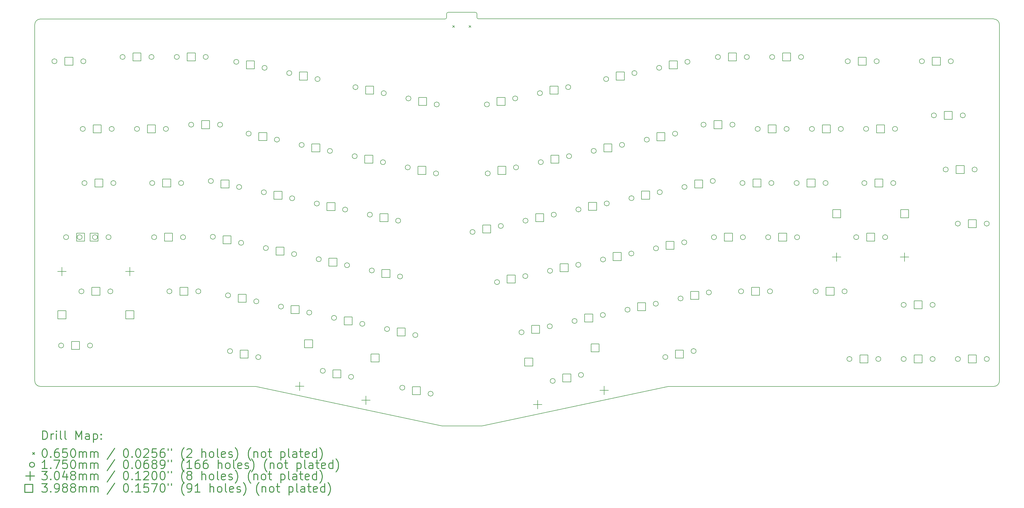
<source format=gbr>
%FSLAX45Y45*%
G04 Gerber Fmt 4.5, Leading zero omitted, Abs format (unit mm)*
G04 Created by KiCad (PCBNEW 5.1.10) date 2021-07-31 12:51:29*
%MOMM*%
%LPD*%
G01*
G04 APERTURE LIST*
%TA.AperFunction,Profile*%
%ADD10C,0.150000*%
%TD*%
%ADD11C,0.200000*%
%ADD12C,0.300000*%
G04 APERTURE END LIST*
D10*
X18034000Y-2209800D02*
G75*
G02*
X18084800Y-2260600I0J-50800D01*
G01*
X17018000Y-2260600D02*
G75*
G02*
X17068800Y-2209800I50800J0D01*
G01*
X17018000Y-2387600D02*
X17018000Y-2260600D01*
X17018000Y-2387600D02*
G75*
G02*
X16962349Y-2443251I-55651J0D01*
G01*
X2741250Y-2443251D02*
X16962349Y-2443251D01*
X18135600Y-2438400D02*
G75*
G02*
X18084800Y-2387600I0J50800D01*
G01*
X36245800Y-2438400D02*
X18135600Y-2438400D01*
X18084800Y-2260600D02*
X18084800Y-2387600D01*
X17068800Y-2209800D02*
X18034000Y-2209800D01*
X36249995Y-15370750D02*
G75*
G03*
X36449995Y-15170750I0J200000D01*
G01*
X36249995Y-2443251D02*
G75*
G02*
X36449995Y-2643251I0J-200000D01*
G01*
X2741250Y-2443251D02*
G75*
G03*
X2541250Y-2643251I0J-200000D01*
G01*
X2741250Y-15370750D02*
G75*
G02*
X2541250Y-15170750I0J200000D01*
G01*
X18263000Y-16762523D02*
X24811000Y-15370750D01*
X16860000Y-16762523D02*
X18263000Y-16762523D01*
X10312670Y-15370750D02*
X16860000Y-16762523D01*
X24811000Y-15370750D02*
X36249995Y-15370750D01*
X2741250Y-15370750D02*
X10312670Y-15370750D01*
X36449995Y-2643251D02*
X36449995Y-15170750D01*
X2541250Y-2643251D02*
X2541250Y-15170750D01*
D11*
X17229900Y-2675300D02*
X17294900Y-2740300D01*
X17294900Y-2675300D02*
X17229900Y-2740300D01*
X17807900Y-2675300D02*
X17872900Y-2740300D01*
X17872900Y-2675300D02*
X17807900Y-2740300D01*
X3322190Y-3929380D02*
G75*
G03*
X3322190Y-3929380I-87500J0D01*
G01*
X3557140Y-13929360D02*
G75*
G03*
X3557140Y-13929360I-87500J0D01*
G01*
X3731130Y-10118090D02*
G75*
G03*
X3731130Y-10118090I-87500J0D01*
G01*
X4207380Y-10118090D02*
G75*
G03*
X4207380Y-10118090I-87500J0D01*
G01*
X4270880Y-12024360D02*
G75*
G03*
X4270880Y-12024360I-87500J0D01*
G01*
X4317870Y-6309360D02*
G75*
G03*
X4317870Y-6309360I-87500J0D01*
G01*
X4338190Y-3929380D02*
G75*
G03*
X4338190Y-3929380I-87500J0D01*
G01*
X4377560Y-8214360D02*
G75*
G03*
X4377560Y-8214360I-87500J0D01*
G01*
X4573140Y-13929360D02*
G75*
G03*
X4573140Y-13929360I-87500J0D01*
G01*
X4747130Y-10118090D02*
G75*
G03*
X4747130Y-10118090I-87500J0D01*
G01*
X5223380Y-10118090D02*
G75*
G03*
X5223380Y-10118090I-87500J0D01*
G01*
X5286880Y-12024360D02*
G75*
G03*
X5286880Y-12024360I-87500J0D01*
G01*
X5333870Y-6309360D02*
G75*
G03*
X5333870Y-6309360I-87500J0D01*
G01*
X5393560Y-8214360D02*
G75*
G03*
X5393560Y-8214360I-87500J0D01*
G01*
X5716140Y-3778250D02*
G75*
G03*
X5716140Y-3778250I-87500J0D01*
G01*
X6223337Y-6309360D02*
G75*
G03*
X6223337Y-6309360I-87500J0D01*
G01*
X6732140Y-3778250D02*
G75*
G03*
X6732140Y-3778250I-87500J0D01*
G01*
X6758810Y-8214360D02*
G75*
G03*
X6758810Y-8214360I-87500J0D01*
G01*
X6826120Y-10119360D02*
G75*
G03*
X6826120Y-10119360I-87500J0D01*
G01*
X7239337Y-6309360D02*
G75*
G03*
X7239337Y-6309360I-87500J0D01*
G01*
X7363330Y-12023090D02*
G75*
G03*
X7363330Y-12023090I-87500J0D01*
G01*
X7622410Y-3776980D02*
G75*
G03*
X7622410Y-3776980I-87500J0D01*
G01*
X7774810Y-8214360D02*
G75*
G03*
X7774810Y-8214360I-87500J0D01*
G01*
X7842120Y-10119360D02*
G75*
G03*
X7842120Y-10119360I-87500J0D01*
G01*
X8127870Y-6160770D02*
G75*
G03*
X8127870Y-6160770I-87500J0D01*
G01*
X8379330Y-12023090D02*
G75*
G03*
X8379330Y-12023090I-87500J0D01*
G01*
X8638410Y-3776980D02*
G75*
G03*
X8638410Y-3776980I-87500J0D01*
G01*
X8819691Y-8141761D02*
G75*
G03*
X8819691Y-8141761I-87500J0D01*
G01*
X8889541Y-10105181D02*
G75*
G03*
X8889541Y-10105181I-87500J0D01*
G01*
X9143870Y-6160770D02*
G75*
G03*
X9143870Y-6160770I-87500J0D01*
G01*
X9422941Y-12165121D02*
G75*
G03*
X9422941Y-12165121I-87500J0D01*
G01*
X9494061Y-14127271D02*
G75*
G03*
X9494061Y-14127271I-87500J0D01*
G01*
X9713771Y-3949491D02*
G75*
G03*
X9713771Y-3949491I-87500J0D01*
G01*
X9813489Y-8352999D02*
G75*
G03*
X9813489Y-8352999I-87500J0D01*
G01*
X9883339Y-10316419D02*
G75*
G03*
X9883339Y-10316419I-87500J0D01*
G01*
X10148111Y-6475521D02*
G75*
G03*
X10148111Y-6475521I-87500J0D01*
G01*
X10416739Y-12376359D02*
G75*
G03*
X10416739Y-12376359I-87500J0D01*
G01*
X10487859Y-14338509D02*
G75*
G03*
X10487859Y-14338509I-87500J0D01*
G01*
X10682781Y-8538001D02*
G75*
G03*
X10682781Y-8538001I-87500J0D01*
G01*
X10707569Y-4160729D02*
G75*
G03*
X10707569Y-4160729I-87500J0D01*
G01*
X10752631Y-10501421D02*
G75*
G03*
X10752631Y-10501421I-87500J0D01*
G01*
X11141909Y-6686759D02*
G75*
G03*
X11141909Y-6686759I-87500J0D01*
G01*
X11284761Y-12560091D02*
G75*
G03*
X11284761Y-12560091I-87500J0D01*
G01*
X11575591Y-4344461D02*
G75*
G03*
X11575591Y-4344461I-87500J0D01*
G01*
X11676579Y-8749239D02*
G75*
G03*
X11676579Y-8749239I-87500J0D01*
G01*
X11746429Y-10712659D02*
G75*
G03*
X11746429Y-10712659I-87500J0D01*
G01*
X12011201Y-6873031D02*
G75*
G03*
X12011201Y-6873031I-87500J0D01*
G01*
X12278559Y-12771329D02*
G75*
G03*
X12278559Y-12771329I-87500J0D01*
G01*
X12544601Y-8935511D02*
G75*
G03*
X12544601Y-8935511I-87500J0D01*
G01*
X12569389Y-4555699D02*
G75*
G03*
X12569389Y-4555699I-87500J0D01*
G01*
X12611911Y-10893851D02*
G75*
G03*
X12611911Y-10893851I-87500J0D01*
G01*
X12754151Y-14820691D02*
G75*
G03*
X12754151Y-14820691I-87500J0D01*
G01*
X13004999Y-7084269D02*
G75*
G03*
X13004999Y-7084269I-87500J0D01*
G01*
X13149121Y-12956331D02*
G75*
G03*
X13149121Y-12956331I-87500J0D01*
G01*
X13538399Y-9146749D02*
G75*
G03*
X13538399Y-9146749I-87500J0D01*
G01*
X13605709Y-11105089D02*
G75*
G03*
X13605709Y-11105089I-87500J0D01*
G01*
X13747949Y-15031929D02*
G75*
G03*
X13747949Y-15031929I-87500J0D01*
G01*
X13875561Y-7269271D02*
G75*
G03*
X13875561Y-7269271I-87500J0D01*
G01*
X13902231Y-4841031D02*
G75*
G03*
X13902231Y-4841031I-87500J0D01*
G01*
X14142919Y-13167569D02*
G75*
G03*
X14142919Y-13167569I-87500J0D01*
G01*
X14408961Y-9326671D02*
G75*
G03*
X14408961Y-9326671I-87500J0D01*
G01*
X14476271Y-11290091D02*
G75*
G03*
X14476271Y-11290091I-87500J0D01*
G01*
X14869359Y-7480509D02*
G75*
G03*
X14869359Y-7480509I-87500J0D01*
G01*
X14896029Y-5052269D02*
G75*
G03*
X14896029Y-5052269I-87500J0D01*
G01*
X15012211Y-13351301D02*
G75*
G03*
X15012211Y-13351301I-87500J0D01*
G01*
X15402759Y-9537909D02*
G75*
G03*
X15402759Y-9537909I-87500J0D01*
G01*
X15470069Y-11501329D02*
G75*
G03*
X15470069Y-11501329I-87500J0D01*
G01*
X15549421Y-15413781D02*
G75*
G03*
X15549421Y-15413781I-87500J0D01*
G01*
X15739921Y-7662971D02*
G75*
G03*
X15739921Y-7662971I-87500J0D01*
G01*
X15764051Y-5237271D02*
G75*
G03*
X15764051Y-5237271I-87500J0D01*
G01*
X16006009Y-13562539D02*
G75*
G03*
X16006009Y-13562539I-87500J0D01*
G01*
X16543219Y-15625019D02*
G75*
G03*
X16543219Y-15625019I-87500J0D01*
G01*
X16733719Y-7874209D02*
G75*
G03*
X16733719Y-7874209I-87500J0D01*
G01*
X16757849Y-5448509D02*
G75*
G03*
X16757849Y-5448509I-87500J0D01*
G01*
X18017031Y-9935419D02*
G75*
G03*
X18017031Y-9935419I-87500J0D01*
G01*
X18522491Y-5447239D02*
G75*
G03*
X18522491Y-5447239I-87500J0D01*
G01*
X18551701Y-7874209D02*
G75*
G03*
X18551701Y-7874209I-87500J0D01*
G01*
X18878091Y-11699449D02*
G75*
G03*
X18878091Y-11699449I-87500J0D01*
G01*
X19010829Y-9724181D02*
G75*
G03*
X19010829Y-9724181I-87500J0D01*
G01*
X19516289Y-5236001D02*
G75*
G03*
X19516289Y-5236001I-87500J0D01*
G01*
X19545499Y-7662971D02*
G75*
G03*
X19545499Y-7662971I-87500J0D01*
G01*
X19739151Y-13464749D02*
G75*
G03*
X19739151Y-13464749I-87500J0D01*
G01*
X19871889Y-11488211D02*
G75*
G03*
X19871889Y-11488211I-87500J0D01*
G01*
X19878851Y-9537909D02*
G75*
G03*
X19878851Y-9537909I-87500J0D01*
G01*
X20385581Y-5050999D02*
G75*
G03*
X20385581Y-5050999I-87500J0D01*
G01*
X20416061Y-7479239D02*
G75*
G03*
X20416061Y-7479239I-87500J0D01*
G01*
X20732949Y-13253511D02*
G75*
G03*
X20732949Y-13253511I-87500J0D01*
G01*
X20741181Y-11301939D02*
G75*
G03*
X20741181Y-11301939I-87500J0D01*
G01*
X20835161Y-15176709D02*
G75*
G03*
X20835161Y-15176709I-87500J0D01*
G01*
X20872649Y-9326671D02*
G75*
G03*
X20872649Y-9326671I-87500J0D01*
G01*
X21379379Y-4839761D02*
G75*
G03*
X21379379Y-4839761I-87500J0D01*
G01*
X21409859Y-7268001D02*
G75*
G03*
X21409859Y-7268001I-87500J0D01*
G01*
X21603511Y-13067239D02*
G75*
G03*
X21603511Y-13067239I-87500J0D01*
G01*
X21734979Y-11090701D02*
G75*
G03*
X21734979Y-11090701I-87500J0D01*
G01*
X21740671Y-9142939D02*
G75*
G03*
X21740671Y-9142939I-87500J0D01*
G01*
X21828959Y-14965471D02*
G75*
G03*
X21828959Y-14965471I-87500J0D01*
G01*
X22276611Y-7081729D02*
G75*
G03*
X22276611Y-7081729I-87500J0D01*
G01*
X22597309Y-12856001D02*
G75*
G03*
X22597309Y-12856001I-87500J0D01*
G01*
X22604271Y-10904429D02*
G75*
G03*
X22604271Y-10904429I-87500J0D01*
G01*
X22713491Y-4555699D02*
G75*
G03*
X22713491Y-4555699I-87500J0D01*
G01*
X22734469Y-8931701D02*
G75*
G03*
X22734469Y-8931701I-87500J0D01*
G01*
X23270409Y-6870491D02*
G75*
G03*
X23270409Y-6870491I-87500J0D01*
G01*
X23465331Y-12670999D02*
G75*
G03*
X23465331Y-12670999I-87500J0D01*
G01*
X23598069Y-10693191D02*
G75*
G03*
X23598069Y-10693191I-87500J0D01*
G01*
X23603761Y-8746699D02*
G75*
G03*
X23603761Y-8746699I-87500J0D01*
G01*
X23707289Y-4344461D02*
G75*
G03*
X23707289Y-4344461I-87500J0D01*
G01*
X24142241Y-6688029D02*
G75*
G03*
X24142241Y-6688029I-87500J0D01*
G01*
X24459129Y-12459761D02*
G75*
G03*
X24459129Y-12459761I-87500J0D01*
G01*
X24464821Y-10510729D02*
G75*
G03*
X24464821Y-10510729I-87500J0D01*
G01*
X24576581Y-4159459D02*
G75*
G03*
X24576581Y-4159459I-87500J0D01*
G01*
X24597559Y-8535461D02*
G75*
G03*
X24597559Y-8535461I-87500J0D01*
G01*
X24793751Y-14335969D02*
G75*
G03*
X24793751Y-14335969I-87500J0D01*
G01*
X25136039Y-6476791D02*
G75*
G03*
X25136039Y-6476791I-87500J0D01*
G01*
X25329691Y-12274759D02*
G75*
G03*
X25329691Y-12274759I-87500J0D01*
G01*
X25458619Y-10299491D02*
G75*
G03*
X25458619Y-10299491I-87500J0D01*
G01*
X25466851Y-8351729D02*
G75*
G03*
X25466851Y-8351729I-87500J0D01*
G01*
X25570379Y-3948221D02*
G75*
G03*
X25570379Y-3948221I-87500J0D01*
G01*
X25787549Y-14124731D02*
G75*
G03*
X25787549Y-14124731I-87500J0D01*
G01*
X26136470Y-6159500D02*
G75*
G03*
X26136470Y-6159500I-87500J0D01*
G01*
X26323489Y-12063521D02*
G75*
G03*
X26323489Y-12063521I-87500J0D01*
G01*
X26460649Y-8140491D02*
G75*
G03*
X26460649Y-8140491I-87500J0D01*
G01*
X26503500Y-10120630D02*
G75*
G03*
X26503500Y-10120630I-87500J0D01*
G01*
X26641930Y-3779520D02*
G75*
G03*
X26641930Y-3779520I-87500J0D01*
G01*
X27152470Y-6159500D02*
G75*
G03*
X27152470Y-6159500I-87500J0D01*
G01*
X27456000Y-12023090D02*
G75*
G03*
X27456000Y-12023090I-87500J0D01*
G01*
X27505530Y-8213090D02*
G75*
G03*
X27505530Y-8213090I-87500J0D01*
G01*
X27519500Y-10120630D02*
G75*
G03*
X27519500Y-10120630I-87500J0D01*
G01*
X27657930Y-3779520D02*
G75*
G03*
X27657930Y-3779520I-87500J0D01*
G01*
X28040200Y-6309360D02*
G75*
G03*
X28040200Y-6309360I-87500J0D01*
G01*
X28408500Y-10120630D02*
G75*
G03*
X28408500Y-10120630I-87500J0D01*
G01*
X28472000Y-12023090D02*
G75*
G03*
X28472000Y-12023090I-87500J0D01*
G01*
X28521530Y-8213090D02*
G75*
G03*
X28521530Y-8213090I-87500J0D01*
G01*
X28548200Y-3779520D02*
G75*
G03*
X28548200Y-3779520I-87500J0D01*
G01*
X29056200Y-6309360D02*
G75*
G03*
X29056200Y-6309360I-87500J0D01*
G01*
X29409260Y-8213090D02*
G75*
G03*
X29409260Y-8213090I-87500J0D01*
G01*
X29424500Y-10120630D02*
G75*
G03*
X29424500Y-10120630I-87500J0D01*
G01*
X29564200Y-3779520D02*
G75*
G03*
X29564200Y-3779520I-87500J0D01*
G01*
X29946470Y-6309360D02*
G75*
G03*
X29946470Y-6309360I-87500J0D01*
G01*
X30077280Y-12024360D02*
G75*
G03*
X30077280Y-12024360I-87500J0D01*
G01*
X30425260Y-8213090D02*
G75*
G03*
X30425260Y-8213090I-87500J0D01*
G01*
X30962470Y-6309360D02*
G75*
G03*
X30962470Y-6309360I-87500J0D01*
G01*
X31093280Y-12024360D02*
G75*
G03*
X31093280Y-12024360I-87500J0D01*
G01*
X31205040Y-3929380D02*
G75*
G03*
X31205040Y-3929380I-87500J0D01*
G01*
X31264730Y-14404340D02*
G75*
G03*
X31264730Y-14404340I-87500J0D01*
G01*
X31503490Y-10118090D02*
G75*
G03*
X31503490Y-10118090I-87500J0D01*
G01*
X31790510Y-8214360D02*
G75*
G03*
X31790510Y-8214360I-87500J0D01*
G01*
X31850200Y-6308090D02*
G75*
G03*
X31850200Y-6308090I-87500J0D01*
G01*
X32221040Y-3929380D02*
G75*
G03*
X32221040Y-3929380I-87500J0D01*
G01*
X32280730Y-14404340D02*
G75*
G03*
X32280730Y-14404340I-87500J0D01*
G01*
X32519490Y-10118090D02*
G75*
G03*
X32519490Y-10118090I-87500J0D01*
G01*
X32806510Y-8214360D02*
G75*
G03*
X32806510Y-8214360I-87500J0D01*
G01*
X32866200Y-6308090D02*
G75*
G03*
X32866200Y-6308090I-87500J0D01*
G01*
X33171000Y-12499340D02*
G75*
G03*
X33171000Y-12499340I-87500J0D01*
G01*
X33171000Y-14404340D02*
G75*
G03*
X33171000Y-14404340I-87500J0D01*
G01*
X33811080Y-3928110D02*
G75*
G03*
X33811080Y-3928110I-87500J0D01*
G01*
X34187000Y-12499340D02*
G75*
G03*
X34187000Y-12499340I-87500J0D01*
G01*
X34187000Y-14404340D02*
G75*
G03*
X34187000Y-14404340I-87500J0D01*
G01*
X34232720Y-5833110D02*
G75*
G03*
X34232720Y-5833110I-87500J0D01*
G01*
X34648010Y-7736840D02*
G75*
G03*
X34648010Y-7736840I-87500J0D01*
G01*
X34827080Y-3928110D02*
G75*
G03*
X34827080Y-3928110I-87500J0D01*
G01*
X35074730Y-9641840D02*
G75*
G03*
X35074730Y-9641840I-87500J0D01*
G01*
X35076000Y-14404340D02*
G75*
G03*
X35076000Y-14404340I-87500J0D01*
G01*
X35248720Y-5833110D02*
G75*
G03*
X35248720Y-5833110I-87500J0D01*
G01*
X35664010Y-7736840D02*
G75*
G03*
X35664010Y-7736840I-87500J0D01*
G01*
X36090730Y-9641840D02*
G75*
G03*
X36090730Y-9641840I-87500J0D01*
G01*
X36092000Y-14404340D02*
G75*
G03*
X36092000Y-14404340I-87500J0D01*
G01*
X3497580Y-11173460D02*
X3497580Y-11478260D01*
X3345180Y-11325860D02*
X3649980Y-11325860D01*
X5885180Y-11173460D02*
X5885180Y-11478260D01*
X5732780Y-11325860D02*
X6037580Y-11325860D01*
X11850611Y-15208941D02*
X11850611Y-15513741D01*
X11698211Y-15361341D02*
X12003011Y-15361341D01*
X14186036Y-15705351D02*
X14186036Y-16010151D01*
X14033636Y-15857751D02*
X14338436Y-15857751D01*
X20222074Y-15850131D02*
X20222074Y-16154931D01*
X20069674Y-16002531D02*
X20374474Y-16002531D01*
X22557499Y-15353721D02*
X22557499Y-15658521D01*
X22405099Y-15506121D02*
X22709899Y-15506121D01*
X30730190Y-10664190D02*
X30730190Y-10968990D01*
X30577790Y-10816590D02*
X30882590Y-10816590D01*
X33117790Y-10664190D02*
X33117790Y-10968990D01*
X32965390Y-10816590D02*
X33270190Y-10816590D01*
X3638571Y-12990851D02*
X3638571Y-12708869D01*
X3356589Y-12708869D01*
X3356589Y-12990851D01*
X3638571Y-12990851D01*
X3883681Y-4070371D02*
X3883681Y-3788389D01*
X3601699Y-3788389D01*
X3601699Y-4070371D01*
X3883681Y-4070371D01*
X4118631Y-14070351D02*
X4118631Y-13788369D01*
X3836649Y-13788369D01*
X3836649Y-14070351D01*
X4118631Y-14070351D01*
X4292621Y-10259081D02*
X4292621Y-9977099D01*
X4010639Y-9977099D01*
X4010639Y-10259081D01*
X4292621Y-10259081D01*
X4768871Y-10259081D02*
X4768871Y-9977099D01*
X4486889Y-9977099D01*
X4486889Y-10259081D01*
X4768871Y-10259081D01*
X4832371Y-12165351D02*
X4832371Y-11883369D01*
X4550389Y-11883369D01*
X4550389Y-12165351D01*
X4832371Y-12165351D01*
X4879361Y-6450351D02*
X4879361Y-6168369D01*
X4597379Y-6168369D01*
X4597379Y-6450351D01*
X4879361Y-6450351D01*
X4939051Y-8355351D02*
X4939051Y-8073369D01*
X4657069Y-8073369D01*
X4657069Y-8355351D01*
X4939051Y-8355351D01*
X6026171Y-12990851D02*
X6026171Y-12708869D01*
X5744189Y-12708869D01*
X5744189Y-12990851D01*
X6026171Y-12990851D01*
X6277631Y-3919241D02*
X6277631Y-3637259D01*
X5995649Y-3637259D01*
X5995649Y-3919241D01*
X6277631Y-3919241D01*
X6784828Y-6450351D02*
X6784828Y-6168369D01*
X6502845Y-6168369D01*
X6502845Y-6450351D01*
X6784828Y-6450351D01*
X7320301Y-8355351D02*
X7320301Y-8073369D01*
X7038319Y-8073369D01*
X7038319Y-8355351D01*
X7320301Y-8355351D01*
X7387611Y-10260351D02*
X7387611Y-9978369D01*
X7105629Y-9978369D01*
X7105629Y-10260351D01*
X7387611Y-10260351D01*
X7924821Y-12164081D02*
X7924821Y-11882099D01*
X7642839Y-11882099D01*
X7642839Y-12164081D01*
X7924821Y-12164081D01*
X8183901Y-3917971D02*
X8183901Y-3635989D01*
X7901919Y-3635989D01*
X7901919Y-3917971D01*
X8183901Y-3917971D01*
X8689361Y-6301761D02*
X8689361Y-6019779D01*
X8407379Y-6019779D01*
X8407379Y-6301761D01*
X8689361Y-6301761D01*
X9370081Y-8388371D02*
X9370081Y-8106389D01*
X9088099Y-8106389D01*
X9088099Y-8388371D01*
X9370081Y-8388371D01*
X9439931Y-10351791D02*
X9439931Y-10069809D01*
X9157949Y-10069809D01*
X9157949Y-10351791D01*
X9439931Y-10351791D01*
X9973331Y-12411731D02*
X9973331Y-12129749D01*
X9691349Y-12129749D01*
X9691349Y-12411731D01*
X9973331Y-12411731D01*
X10044451Y-14373881D02*
X10044451Y-14091899D01*
X9762469Y-14091899D01*
X9762469Y-14373881D01*
X10044451Y-14373881D01*
X10264161Y-4196101D02*
X10264161Y-3914119D01*
X9982179Y-3914119D01*
X9982179Y-4196101D01*
X10264161Y-4196101D01*
X10698501Y-6722131D02*
X10698501Y-6440149D01*
X10416519Y-6440149D01*
X10416519Y-6722131D01*
X10698501Y-6722131D01*
X11233171Y-8784611D02*
X11233171Y-8502629D01*
X10951189Y-8502629D01*
X10951189Y-8784611D01*
X11233171Y-8784611D01*
X11303021Y-10748031D02*
X11303021Y-10466049D01*
X11021039Y-10466049D01*
X11021039Y-10748031D01*
X11303021Y-10748031D01*
X11835151Y-12806701D02*
X11835151Y-12524719D01*
X11553169Y-12524719D01*
X11553169Y-12806701D01*
X11835151Y-12806701D01*
X12125981Y-4591071D02*
X12125981Y-4309089D01*
X11843999Y-4309089D01*
X11843999Y-4591071D01*
X12125981Y-4591071D01*
X12308460Y-14011636D02*
X12308460Y-13729653D01*
X12026477Y-13729653D01*
X12026477Y-14011636D01*
X12308460Y-14011636D01*
X12561591Y-7119641D02*
X12561591Y-6837659D01*
X12279609Y-6837659D01*
X12279609Y-7119641D01*
X12561591Y-7119641D01*
X13094991Y-9182121D02*
X13094991Y-8900139D01*
X12813009Y-8900139D01*
X12813009Y-9182121D01*
X13094991Y-9182121D01*
X13162301Y-11140461D02*
X13162301Y-10858479D01*
X12880319Y-10858479D01*
X12880319Y-11140461D01*
X13162301Y-11140461D01*
X13304541Y-15067301D02*
X13304541Y-14785319D01*
X13022559Y-14785319D01*
X13022559Y-15067301D01*
X13304541Y-15067301D01*
X13699511Y-13202941D02*
X13699511Y-12920959D01*
X13417529Y-12920959D01*
X13417529Y-13202941D01*
X13699511Y-13202941D01*
X14425951Y-7515881D02*
X14425951Y-7233899D01*
X14143969Y-7233899D01*
X14143969Y-7515881D01*
X14425951Y-7515881D01*
X14452621Y-5087641D02*
X14452621Y-4805659D01*
X14170639Y-4805659D01*
X14170639Y-5087641D01*
X14452621Y-5087641D01*
X14643885Y-14508045D02*
X14643885Y-14226063D01*
X14361902Y-14226063D01*
X14361902Y-14508045D01*
X14643885Y-14508045D01*
X14959351Y-9573281D02*
X14959351Y-9291299D01*
X14677369Y-9291299D01*
X14677369Y-9573281D01*
X14959351Y-9573281D01*
X15026661Y-11536701D02*
X15026661Y-11254719D01*
X14744679Y-11254719D01*
X14744679Y-11536701D01*
X15026661Y-11536701D01*
X15562601Y-13597911D02*
X15562601Y-13315929D01*
X15280619Y-13315929D01*
X15280619Y-13597911D01*
X15562601Y-13597911D01*
X16099811Y-15660391D02*
X16099811Y-15378409D01*
X15817829Y-15378409D01*
X15817829Y-15660391D01*
X16099811Y-15660391D01*
X16290311Y-7909581D02*
X16290311Y-7627599D01*
X16008329Y-7627599D01*
X16008329Y-7909581D01*
X16290311Y-7909581D01*
X16314441Y-5483881D02*
X16314441Y-5201899D01*
X16032459Y-5201899D01*
X16032459Y-5483881D01*
X16314441Y-5483881D01*
X18567421Y-9970791D02*
X18567421Y-9688809D01*
X18285439Y-9688809D01*
X18285439Y-9970791D01*
X18567421Y-9970791D01*
X19072881Y-5482611D02*
X19072881Y-5200629D01*
X18790899Y-5200629D01*
X18790899Y-5482611D01*
X19072881Y-5482611D01*
X19102091Y-7909581D02*
X19102091Y-7627599D01*
X18820109Y-7627599D01*
X18820109Y-7909581D01*
X19102091Y-7909581D01*
X19428481Y-11734821D02*
X19428481Y-11452839D01*
X19146499Y-11452839D01*
X19146499Y-11734821D01*
X19428481Y-11734821D01*
X20046208Y-14652825D02*
X20046208Y-14370843D01*
X19764225Y-14370843D01*
X19764225Y-14652825D01*
X20046208Y-14652825D01*
X20289541Y-13500121D02*
X20289541Y-13218139D01*
X20007559Y-13218139D01*
X20007559Y-13500121D01*
X20289541Y-13500121D01*
X20429241Y-9573281D02*
X20429241Y-9291299D01*
X20147259Y-9291299D01*
X20147259Y-9573281D01*
X20429241Y-9573281D01*
X20935971Y-5086371D02*
X20935971Y-4804389D01*
X20653989Y-4804389D01*
X20653989Y-5086371D01*
X20935971Y-5086371D01*
X20966451Y-7514611D02*
X20966451Y-7232629D01*
X20684469Y-7232629D01*
X20684469Y-7514611D01*
X20966451Y-7514611D01*
X21291571Y-11337311D02*
X21291571Y-11055329D01*
X21009589Y-11055329D01*
X21009589Y-11337311D01*
X21291571Y-11337311D01*
X21385551Y-15212081D02*
X21385551Y-14930099D01*
X21103569Y-14930099D01*
X21103569Y-15212081D01*
X21385551Y-15212081D01*
X22153901Y-13102611D02*
X22153901Y-12820629D01*
X21871919Y-12820629D01*
X21871919Y-13102611D01*
X22153901Y-13102611D01*
X22291061Y-9178311D02*
X22291061Y-8896329D01*
X22009079Y-8896329D01*
X22009079Y-9178311D01*
X22291061Y-9178311D01*
X22381633Y-14156416D02*
X22381633Y-13874433D01*
X22099650Y-13874433D01*
X22099650Y-14156416D01*
X22381633Y-14156416D01*
X22827001Y-7117101D02*
X22827001Y-6835119D01*
X22545019Y-6835119D01*
X22545019Y-7117101D01*
X22827001Y-7117101D01*
X23154661Y-10939801D02*
X23154661Y-10657819D01*
X22872679Y-10657819D01*
X22872679Y-10939801D01*
X23154661Y-10939801D01*
X23263881Y-4591071D02*
X23263881Y-4309089D01*
X22981899Y-4309089D01*
X22981899Y-4591071D01*
X23263881Y-4591071D01*
X24015721Y-12706371D02*
X24015721Y-12424389D01*
X23733739Y-12424389D01*
X23733739Y-12706371D01*
X24015721Y-12706371D01*
X24154151Y-8782071D02*
X24154151Y-8500089D01*
X23872169Y-8500089D01*
X23872169Y-8782071D01*
X24154151Y-8782071D01*
X24692631Y-6723401D02*
X24692631Y-6441419D01*
X24410649Y-6441419D01*
X24410649Y-6723401D01*
X24692631Y-6723401D01*
X25015211Y-10546101D02*
X25015211Y-10264119D01*
X24733229Y-10264119D01*
X24733229Y-10546101D01*
X25015211Y-10546101D01*
X25126971Y-4194831D02*
X25126971Y-3912849D01*
X24844989Y-3912849D01*
X24844989Y-4194831D01*
X25126971Y-4194831D01*
X25344141Y-14371341D02*
X25344141Y-14089359D01*
X25062159Y-14089359D01*
X25062159Y-14371341D01*
X25344141Y-14371341D01*
X25880081Y-12310131D02*
X25880081Y-12028149D01*
X25598099Y-12028149D01*
X25598099Y-12310131D01*
X25880081Y-12310131D01*
X26017241Y-8387101D02*
X26017241Y-8105119D01*
X25735259Y-8105119D01*
X25735259Y-8387101D01*
X26017241Y-8387101D01*
X26697961Y-6300491D02*
X26697961Y-6018509D01*
X26415979Y-6018509D01*
X26415979Y-6300491D01*
X26697961Y-6300491D01*
X27064991Y-10261621D02*
X27064991Y-9979639D01*
X26783009Y-9979639D01*
X26783009Y-10261621D01*
X27064991Y-10261621D01*
X27203421Y-3920511D02*
X27203421Y-3638529D01*
X26921439Y-3638529D01*
X26921439Y-3920511D01*
X27203421Y-3920511D01*
X28017491Y-12164081D02*
X28017491Y-11882099D01*
X27735509Y-11882099D01*
X27735509Y-12164081D01*
X28017491Y-12164081D01*
X28067021Y-8354081D02*
X28067021Y-8072099D01*
X27785039Y-8072099D01*
X27785039Y-8354081D01*
X28067021Y-8354081D01*
X28601691Y-6450351D02*
X28601691Y-6168369D01*
X28319709Y-6168369D01*
X28319709Y-6450351D01*
X28601691Y-6450351D01*
X28969991Y-10261621D02*
X28969991Y-9979639D01*
X28688009Y-9979639D01*
X28688009Y-10261621D01*
X28969991Y-10261621D01*
X29109691Y-3920511D02*
X29109691Y-3638529D01*
X28827709Y-3638529D01*
X28827709Y-3920511D01*
X29109691Y-3920511D01*
X29970751Y-8354081D02*
X29970751Y-8072099D01*
X29688769Y-8072099D01*
X29688769Y-8354081D01*
X29970751Y-8354081D01*
X30507961Y-6450351D02*
X30507961Y-6168369D01*
X30225979Y-6168369D01*
X30225979Y-6450351D01*
X30507961Y-6450351D01*
X30638771Y-12165351D02*
X30638771Y-11883369D01*
X30356789Y-11883369D01*
X30356789Y-12165351D01*
X30638771Y-12165351D01*
X30871181Y-9433581D02*
X30871181Y-9151599D01*
X30589199Y-9151599D01*
X30589199Y-9433581D01*
X30871181Y-9433581D01*
X31766531Y-4070371D02*
X31766531Y-3788389D01*
X31484549Y-3788389D01*
X31484549Y-4070371D01*
X31766531Y-4070371D01*
X31826221Y-14545331D02*
X31826221Y-14263349D01*
X31544239Y-14263349D01*
X31544239Y-14545331D01*
X31826221Y-14545331D01*
X32064981Y-10259081D02*
X32064981Y-9977099D01*
X31782999Y-9977099D01*
X31782999Y-10259081D01*
X32064981Y-10259081D01*
X32352001Y-8355351D02*
X32352001Y-8073369D01*
X32070019Y-8073369D01*
X32070019Y-8355351D01*
X32352001Y-8355351D01*
X32411691Y-6449081D02*
X32411691Y-6167099D01*
X32129709Y-6167099D01*
X32129709Y-6449081D01*
X32411691Y-6449081D01*
X33258781Y-9433581D02*
X33258781Y-9151599D01*
X32976799Y-9151599D01*
X32976799Y-9433581D01*
X33258781Y-9433581D01*
X33732491Y-12640331D02*
X33732491Y-12358349D01*
X33450509Y-12358349D01*
X33450509Y-12640331D01*
X33732491Y-12640331D01*
X33732491Y-14545331D02*
X33732491Y-14263349D01*
X33450509Y-14263349D01*
X33450509Y-14545331D01*
X33732491Y-14545331D01*
X34372571Y-4069101D02*
X34372571Y-3787119D01*
X34090589Y-3787119D01*
X34090589Y-4069101D01*
X34372571Y-4069101D01*
X34794211Y-5974101D02*
X34794211Y-5692119D01*
X34512229Y-5692119D01*
X34512229Y-5974101D01*
X34794211Y-5974101D01*
X35209501Y-7877831D02*
X35209501Y-7595849D01*
X34927519Y-7595849D01*
X34927519Y-7877831D01*
X35209501Y-7877831D01*
X35636221Y-9782831D02*
X35636221Y-9500849D01*
X35354239Y-9500849D01*
X35354239Y-9782831D01*
X35636221Y-9782831D01*
X35637491Y-14545331D02*
X35637491Y-14263349D01*
X35355509Y-14263349D01*
X35355509Y-14545331D01*
X35637491Y-14545331D01*
D12*
X2820178Y-17235738D02*
X2820178Y-16935738D01*
X2891607Y-16935738D01*
X2934464Y-16950023D01*
X2963036Y-16978595D01*
X2977321Y-17007166D01*
X2991607Y-17064309D01*
X2991607Y-17107166D01*
X2977321Y-17164309D01*
X2963036Y-17192880D01*
X2934464Y-17221452D01*
X2891607Y-17235738D01*
X2820178Y-17235738D01*
X3120178Y-17235738D02*
X3120178Y-17035738D01*
X3120178Y-17092880D02*
X3134464Y-17064309D01*
X3148750Y-17050023D01*
X3177321Y-17035738D01*
X3205893Y-17035738D01*
X3305893Y-17235738D02*
X3305893Y-17035738D01*
X3305893Y-16935738D02*
X3291607Y-16950023D01*
X3305893Y-16964309D01*
X3320178Y-16950023D01*
X3305893Y-16935738D01*
X3305893Y-16964309D01*
X3491607Y-17235738D02*
X3463036Y-17221452D01*
X3448750Y-17192880D01*
X3448750Y-16935738D01*
X3648750Y-17235738D02*
X3620178Y-17221452D01*
X3605893Y-17192880D01*
X3605893Y-16935738D01*
X3991607Y-17235738D02*
X3991607Y-16935738D01*
X4091607Y-17150023D01*
X4191607Y-16935738D01*
X4191607Y-17235738D01*
X4463036Y-17235738D02*
X4463036Y-17078595D01*
X4448750Y-17050023D01*
X4420178Y-17035738D01*
X4363036Y-17035738D01*
X4334464Y-17050023D01*
X4463036Y-17221452D02*
X4434464Y-17235738D01*
X4363036Y-17235738D01*
X4334464Y-17221452D01*
X4320178Y-17192880D01*
X4320178Y-17164309D01*
X4334464Y-17135738D01*
X4363036Y-17121452D01*
X4434464Y-17121452D01*
X4463036Y-17107166D01*
X4605893Y-17035738D02*
X4605893Y-17335738D01*
X4605893Y-17050023D02*
X4634464Y-17035738D01*
X4691607Y-17035738D01*
X4720178Y-17050023D01*
X4734464Y-17064309D01*
X4748750Y-17092880D01*
X4748750Y-17178595D01*
X4734464Y-17207166D01*
X4720178Y-17221452D01*
X4691607Y-17235738D01*
X4634464Y-17235738D01*
X4605893Y-17221452D01*
X4877321Y-17207166D02*
X4891607Y-17221452D01*
X4877321Y-17235738D01*
X4863036Y-17221452D01*
X4877321Y-17207166D01*
X4877321Y-17235738D01*
X4877321Y-17050023D02*
X4891607Y-17064309D01*
X4877321Y-17078595D01*
X4863036Y-17064309D01*
X4877321Y-17050023D01*
X4877321Y-17078595D01*
X2468750Y-17697523D02*
X2533750Y-17762523D01*
X2533750Y-17697523D02*
X2468750Y-17762523D01*
X2877321Y-17565738D02*
X2905893Y-17565738D01*
X2934464Y-17580023D01*
X2948750Y-17594309D01*
X2963036Y-17622880D01*
X2977321Y-17680023D01*
X2977321Y-17751452D01*
X2963036Y-17808595D01*
X2948750Y-17837166D01*
X2934464Y-17851452D01*
X2905893Y-17865738D01*
X2877321Y-17865738D01*
X2848750Y-17851452D01*
X2834464Y-17837166D01*
X2820178Y-17808595D01*
X2805893Y-17751452D01*
X2805893Y-17680023D01*
X2820178Y-17622880D01*
X2834464Y-17594309D01*
X2848750Y-17580023D01*
X2877321Y-17565738D01*
X3105893Y-17837166D02*
X3120178Y-17851452D01*
X3105893Y-17865738D01*
X3091607Y-17851452D01*
X3105893Y-17837166D01*
X3105893Y-17865738D01*
X3377321Y-17565738D02*
X3320178Y-17565738D01*
X3291607Y-17580023D01*
X3277321Y-17594309D01*
X3248750Y-17637166D01*
X3234464Y-17694309D01*
X3234464Y-17808595D01*
X3248750Y-17837166D01*
X3263036Y-17851452D01*
X3291607Y-17865738D01*
X3348750Y-17865738D01*
X3377321Y-17851452D01*
X3391607Y-17837166D01*
X3405893Y-17808595D01*
X3405893Y-17737166D01*
X3391607Y-17708595D01*
X3377321Y-17694309D01*
X3348750Y-17680023D01*
X3291607Y-17680023D01*
X3263036Y-17694309D01*
X3248750Y-17708595D01*
X3234464Y-17737166D01*
X3677321Y-17565738D02*
X3534464Y-17565738D01*
X3520178Y-17708595D01*
X3534464Y-17694309D01*
X3563036Y-17680023D01*
X3634464Y-17680023D01*
X3663036Y-17694309D01*
X3677321Y-17708595D01*
X3691607Y-17737166D01*
X3691607Y-17808595D01*
X3677321Y-17837166D01*
X3663036Y-17851452D01*
X3634464Y-17865738D01*
X3563036Y-17865738D01*
X3534464Y-17851452D01*
X3520178Y-17837166D01*
X3877321Y-17565738D02*
X3905893Y-17565738D01*
X3934464Y-17580023D01*
X3948750Y-17594309D01*
X3963036Y-17622880D01*
X3977321Y-17680023D01*
X3977321Y-17751452D01*
X3963036Y-17808595D01*
X3948750Y-17837166D01*
X3934464Y-17851452D01*
X3905893Y-17865738D01*
X3877321Y-17865738D01*
X3848750Y-17851452D01*
X3834464Y-17837166D01*
X3820178Y-17808595D01*
X3805893Y-17751452D01*
X3805893Y-17680023D01*
X3820178Y-17622880D01*
X3834464Y-17594309D01*
X3848750Y-17580023D01*
X3877321Y-17565738D01*
X4105893Y-17865738D02*
X4105893Y-17665738D01*
X4105893Y-17694309D02*
X4120178Y-17680023D01*
X4148750Y-17665738D01*
X4191607Y-17665738D01*
X4220178Y-17680023D01*
X4234464Y-17708595D01*
X4234464Y-17865738D01*
X4234464Y-17708595D02*
X4248750Y-17680023D01*
X4277321Y-17665738D01*
X4320178Y-17665738D01*
X4348750Y-17680023D01*
X4363036Y-17708595D01*
X4363036Y-17865738D01*
X4505893Y-17865738D02*
X4505893Y-17665738D01*
X4505893Y-17694309D02*
X4520178Y-17680023D01*
X4548750Y-17665738D01*
X4591607Y-17665738D01*
X4620178Y-17680023D01*
X4634464Y-17708595D01*
X4634464Y-17865738D01*
X4634464Y-17708595D02*
X4648750Y-17680023D01*
X4677321Y-17665738D01*
X4720178Y-17665738D01*
X4748750Y-17680023D01*
X4763036Y-17708595D01*
X4763036Y-17865738D01*
X5348750Y-17551452D02*
X5091607Y-17937166D01*
X5734464Y-17565738D02*
X5763036Y-17565738D01*
X5791607Y-17580023D01*
X5805893Y-17594309D01*
X5820178Y-17622880D01*
X5834464Y-17680023D01*
X5834464Y-17751452D01*
X5820178Y-17808595D01*
X5805893Y-17837166D01*
X5791607Y-17851452D01*
X5763036Y-17865738D01*
X5734464Y-17865738D01*
X5705893Y-17851452D01*
X5691607Y-17837166D01*
X5677321Y-17808595D01*
X5663036Y-17751452D01*
X5663036Y-17680023D01*
X5677321Y-17622880D01*
X5691607Y-17594309D01*
X5705893Y-17580023D01*
X5734464Y-17565738D01*
X5963036Y-17837166D02*
X5977321Y-17851452D01*
X5963036Y-17865738D01*
X5948750Y-17851452D01*
X5963036Y-17837166D01*
X5963036Y-17865738D01*
X6163036Y-17565738D02*
X6191607Y-17565738D01*
X6220178Y-17580023D01*
X6234464Y-17594309D01*
X6248750Y-17622880D01*
X6263036Y-17680023D01*
X6263036Y-17751452D01*
X6248750Y-17808595D01*
X6234464Y-17837166D01*
X6220178Y-17851452D01*
X6191607Y-17865738D01*
X6163036Y-17865738D01*
X6134464Y-17851452D01*
X6120178Y-17837166D01*
X6105893Y-17808595D01*
X6091607Y-17751452D01*
X6091607Y-17680023D01*
X6105893Y-17622880D01*
X6120178Y-17594309D01*
X6134464Y-17580023D01*
X6163036Y-17565738D01*
X6377321Y-17594309D02*
X6391607Y-17580023D01*
X6420178Y-17565738D01*
X6491607Y-17565738D01*
X6520178Y-17580023D01*
X6534464Y-17594309D01*
X6548750Y-17622880D01*
X6548750Y-17651452D01*
X6534464Y-17694309D01*
X6363036Y-17865738D01*
X6548750Y-17865738D01*
X6820178Y-17565738D02*
X6677321Y-17565738D01*
X6663036Y-17708595D01*
X6677321Y-17694309D01*
X6705893Y-17680023D01*
X6777321Y-17680023D01*
X6805893Y-17694309D01*
X6820178Y-17708595D01*
X6834464Y-17737166D01*
X6834464Y-17808595D01*
X6820178Y-17837166D01*
X6805893Y-17851452D01*
X6777321Y-17865738D01*
X6705893Y-17865738D01*
X6677321Y-17851452D01*
X6663036Y-17837166D01*
X7091607Y-17565738D02*
X7034464Y-17565738D01*
X7005893Y-17580023D01*
X6991607Y-17594309D01*
X6963036Y-17637166D01*
X6948750Y-17694309D01*
X6948750Y-17808595D01*
X6963036Y-17837166D01*
X6977321Y-17851452D01*
X7005893Y-17865738D01*
X7063036Y-17865738D01*
X7091607Y-17851452D01*
X7105893Y-17837166D01*
X7120178Y-17808595D01*
X7120178Y-17737166D01*
X7105893Y-17708595D01*
X7091607Y-17694309D01*
X7063036Y-17680023D01*
X7005893Y-17680023D01*
X6977321Y-17694309D01*
X6963036Y-17708595D01*
X6948750Y-17737166D01*
X7234464Y-17565738D02*
X7234464Y-17622880D01*
X7348750Y-17565738D02*
X7348750Y-17622880D01*
X7791607Y-17980023D02*
X7777321Y-17965738D01*
X7748750Y-17922880D01*
X7734464Y-17894309D01*
X7720178Y-17851452D01*
X7705893Y-17780023D01*
X7705893Y-17722880D01*
X7720178Y-17651452D01*
X7734464Y-17608595D01*
X7748750Y-17580023D01*
X7777321Y-17537166D01*
X7791607Y-17522880D01*
X7891607Y-17594309D02*
X7905893Y-17580023D01*
X7934464Y-17565738D01*
X8005893Y-17565738D01*
X8034464Y-17580023D01*
X8048750Y-17594309D01*
X8063036Y-17622880D01*
X8063036Y-17651452D01*
X8048750Y-17694309D01*
X7877321Y-17865738D01*
X8063036Y-17865738D01*
X8420178Y-17865738D02*
X8420178Y-17565738D01*
X8548750Y-17865738D02*
X8548750Y-17708595D01*
X8534464Y-17680023D01*
X8505893Y-17665738D01*
X8463036Y-17665738D01*
X8434464Y-17680023D01*
X8420178Y-17694309D01*
X8734464Y-17865738D02*
X8705893Y-17851452D01*
X8691607Y-17837166D01*
X8677321Y-17808595D01*
X8677321Y-17722880D01*
X8691607Y-17694309D01*
X8705893Y-17680023D01*
X8734464Y-17665738D01*
X8777321Y-17665738D01*
X8805893Y-17680023D01*
X8820178Y-17694309D01*
X8834464Y-17722880D01*
X8834464Y-17808595D01*
X8820178Y-17837166D01*
X8805893Y-17851452D01*
X8777321Y-17865738D01*
X8734464Y-17865738D01*
X9005893Y-17865738D02*
X8977321Y-17851452D01*
X8963036Y-17822880D01*
X8963036Y-17565738D01*
X9234464Y-17851452D02*
X9205893Y-17865738D01*
X9148750Y-17865738D01*
X9120178Y-17851452D01*
X9105893Y-17822880D01*
X9105893Y-17708595D01*
X9120178Y-17680023D01*
X9148750Y-17665738D01*
X9205893Y-17665738D01*
X9234464Y-17680023D01*
X9248750Y-17708595D01*
X9248750Y-17737166D01*
X9105893Y-17765738D01*
X9363036Y-17851452D02*
X9391607Y-17865738D01*
X9448750Y-17865738D01*
X9477321Y-17851452D01*
X9491607Y-17822880D01*
X9491607Y-17808595D01*
X9477321Y-17780023D01*
X9448750Y-17765738D01*
X9405893Y-17765738D01*
X9377321Y-17751452D01*
X9363036Y-17722880D01*
X9363036Y-17708595D01*
X9377321Y-17680023D01*
X9405893Y-17665738D01*
X9448750Y-17665738D01*
X9477321Y-17680023D01*
X9591607Y-17980023D02*
X9605893Y-17965738D01*
X9634464Y-17922880D01*
X9648750Y-17894309D01*
X9663036Y-17851452D01*
X9677321Y-17780023D01*
X9677321Y-17722880D01*
X9663036Y-17651452D01*
X9648750Y-17608595D01*
X9634464Y-17580023D01*
X9605893Y-17537166D01*
X9591607Y-17522880D01*
X10134464Y-17980023D02*
X10120178Y-17965738D01*
X10091607Y-17922880D01*
X10077321Y-17894309D01*
X10063036Y-17851452D01*
X10048750Y-17780023D01*
X10048750Y-17722880D01*
X10063036Y-17651452D01*
X10077321Y-17608595D01*
X10091607Y-17580023D01*
X10120178Y-17537166D01*
X10134464Y-17522880D01*
X10248750Y-17665738D02*
X10248750Y-17865738D01*
X10248750Y-17694309D02*
X10263036Y-17680023D01*
X10291607Y-17665738D01*
X10334464Y-17665738D01*
X10363036Y-17680023D01*
X10377321Y-17708595D01*
X10377321Y-17865738D01*
X10563036Y-17865738D02*
X10534464Y-17851452D01*
X10520178Y-17837166D01*
X10505893Y-17808595D01*
X10505893Y-17722880D01*
X10520178Y-17694309D01*
X10534464Y-17680023D01*
X10563036Y-17665738D01*
X10605893Y-17665738D01*
X10634464Y-17680023D01*
X10648750Y-17694309D01*
X10663036Y-17722880D01*
X10663036Y-17808595D01*
X10648750Y-17837166D01*
X10634464Y-17851452D01*
X10605893Y-17865738D01*
X10563036Y-17865738D01*
X10748750Y-17665738D02*
X10863036Y-17665738D01*
X10791607Y-17565738D02*
X10791607Y-17822880D01*
X10805893Y-17851452D01*
X10834464Y-17865738D01*
X10863036Y-17865738D01*
X11191607Y-17665738D02*
X11191607Y-17965738D01*
X11191607Y-17680023D02*
X11220178Y-17665738D01*
X11277321Y-17665738D01*
X11305893Y-17680023D01*
X11320178Y-17694309D01*
X11334464Y-17722880D01*
X11334464Y-17808595D01*
X11320178Y-17837166D01*
X11305893Y-17851452D01*
X11277321Y-17865738D01*
X11220178Y-17865738D01*
X11191607Y-17851452D01*
X11505893Y-17865738D02*
X11477321Y-17851452D01*
X11463036Y-17822880D01*
X11463036Y-17565738D01*
X11748750Y-17865738D02*
X11748750Y-17708595D01*
X11734464Y-17680023D01*
X11705893Y-17665738D01*
X11648750Y-17665738D01*
X11620178Y-17680023D01*
X11748750Y-17851452D02*
X11720178Y-17865738D01*
X11648750Y-17865738D01*
X11620178Y-17851452D01*
X11605893Y-17822880D01*
X11605893Y-17794309D01*
X11620178Y-17765738D01*
X11648750Y-17751452D01*
X11720178Y-17751452D01*
X11748750Y-17737166D01*
X11848750Y-17665738D02*
X11963036Y-17665738D01*
X11891607Y-17565738D02*
X11891607Y-17822880D01*
X11905893Y-17851452D01*
X11934464Y-17865738D01*
X11963036Y-17865738D01*
X12177321Y-17851452D02*
X12148750Y-17865738D01*
X12091607Y-17865738D01*
X12063036Y-17851452D01*
X12048750Y-17822880D01*
X12048750Y-17708595D01*
X12063036Y-17680023D01*
X12091607Y-17665738D01*
X12148750Y-17665738D01*
X12177321Y-17680023D01*
X12191607Y-17708595D01*
X12191607Y-17737166D01*
X12048750Y-17765738D01*
X12448750Y-17865738D02*
X12448750Y-17565738D01*
X12448750Y-17851452D02*
X12420178Y-17865738D01*
X12363036Y-17865738D01*
X12334464Y-17851452D01*
X12320178Y-17837166D01*
X12305893Y-17808595D01*
X12305893Y-17722880D01*
X12320178Y-17694309D01*
X12334464Y-17680023D01*
X12363036Y-17665738D01*
X12420178Y-17665738D01*
X12448750Y-17680023D01*
X12563036Y-17980023D02*
X12577321Y-17965738D01*
X12605893Y-17922880D01*
X12620178Y-17894309D01*
X12634464Y-17851452D01*
X12648750Y-17780023D01*
X12648750Y-17722880D01*
X12634464Y-17651452D01*
X12620178Y-17608595D01*
X12605893Y-17580023D01*
X12577321Y-17537166D01*
X12563036Y-17522880D01*
X2533750Y-18126023D02*
G75*
G03*
X2533750Y-18126023I-87500J0D01*
G01*
X2977321Y-18261738D02*
X2805893Y-18261738D01*
X2891607Y-18261738D02*
X2891607Y-17961738D01*
X2863036Y-18004595D01*
X2834464Y-18033166D01*
X2805893Y-18047452D01*
X3105893Y-18233166D02*
X3120178Y-18247452D01*
X3105893Y-18261738D01*
X3091607Y-18247452D01*
X3105893Y-18233166D01*
X3105893Y-18261738D01*
X3220178Y-17961738D02*
X3420178Y-17961738D01*
X3291607Y-18261738D01*
X3677321Y-17961738D02*
X3534464Y-17961738D01*
X3520178Y-18104595D01*
X3534464Y-18090309D01*
X3563036Y-18076023D01*
X3634464Y-18076023D01*
X3663036Y-18090309D01*
X3677321Y-18104595D01*
X3691607Y-18133166D01*
X3691607Y-18204595D01*
X3677321Y-18233166D01*
X3663036Y-18247452D01*
X3634464Y-18261738D01*
X3563036Y-18261738D01*
X3534464Y-18247452D01*
X3520178Y-18233166D01*
X3877321Y-17961738D02*
X3905893Y-17961738D01*
X3934464Y-17976023D01*
X3948750Y-17990309D01*
X3963036Y-18018880D01*
X3977321Y-18076023D01*
X3977321Y-18147452D01*
X3963036Y-18204595D01*
X3948750Y-18233166D01*
X3934464Y-18247452D01*
X3905893Y-18261738D01*
X3877321Y-18261738D01*
X3848750Y-18247452D01*
X3834464Y-18233166D01*
X3820178Y-18204595D01*
X3805893Y-18147452D01*
X3805893Y-18076023D01*
X3820178Y-18018880D01*
X3834464Y-17990309D01*
X3848750Y-17976023D01*
X3877321Y-17961738D01*
X4105893Y-18261738D02*
X4105893Y-18061738D01*
X4105893Y-18090309D02*
X4120178Y-18076023D01*
X4148750Y-18061738D01*
X4191607Y-18061738D01*
X4220178Y-18076023D01*
X4234464Y-18104595D01*
X4234464Y-18261738D01*
X4234464Y-18104595D02*
X4248750Y-18076023D01*
X4277321Y-18061738D01*
X4320178Y-18061738D01*
X4348750Y-18076023D01*
X4363036Y-18104595D01*
X4363036Y-18261738D01*
X4505893Y-18261738D02*
X4505893Y-18061738D01*
X4505893Y-18090309D02*
X4520178Y-18076023D01*
X4548750Y-18061738D01*
X4591607Y-18061738D01*
X4620178Y-18076023D01*
X4634464Y-18104595D01*
X4634464Y-18261738D01*
X4634464Y-18104595D02*
X4648750Y-18076023D01*
X4677321Y-18061738D01*
X4720178Y-18061738D01*
X4748750Y-18076023D01*
X4763036Y-18104595D01*
X4763036Y-18261738D01*
X5348750Y-17947452D02*
X5091607Y-18333166D01*
X5734464Y-17961738D02*
X5763036Y-17961738D01*
X5791607Y-17976023D01*
X5805893Y-17990309D01*
X5820178Y-18018880D01*
X5834464Y-18076023D01*
X5834464Y-18147452D01*
X5820178Y-18204595D01*
X5805893Y-18233166D01*
X5791607Y-18247452D01*
X5763036Y-18261738D01*
X5734464Y-18261738D01*
X5705893Y-18247452D01*
X5691607Y-18233166D01*
X5677321Y-18204595D01*
X5663036Y-18147452D01*
X5663036Y-18076023D01*
X5677321Y-18018880D01*
X5691607Y-17990309D01*
X5705893Y-17976023D01*
X5734464Y-17961738D01*
X5963036Y-18233166D02*
X5977321Y-18247452D01*
X5963036Y-18261738D01*
X5948750Y-18247452D01*
X5963036Y-18233166D01*
X5963036Y-18261738D01*
X6163036Y-17961738D02*
X6191607Y-17961738D01*
X6220178Y-17976023D01*
X6234464Y-17990309D01*
X6248750Y-18018880D01*
X6263036Y-18076023D01*
X6263036Y-18147452D01*
X6248750Y-18204595D01*
X6234464Y-18233166D01*
X6220178Y-18247452D01*
X6191607Y-18261738D01*
X6163036Y-18261738D01*
X6134464Y-18247452D01*
X6120178Y-18233166D01*
X6105893Y-18204595D01*
X6091607Y-18147452D01*
X6091607Y-18076023D01*
X6105893Y-18018880D01*
X6120178Y-17990309D01*
X6134464Y-17976023D01*
X6163036Y-17961738D01*
X6520178Y-17961738D02*
X6463036Y-17961738D01*
X6434464Y-17976023D01*
X6420178Y-17990309D01*
X6391607Y-18033166D01*
X6377321Y-18090309D01*
X6377321Y-18204595D01*
X6391607Y-18233166D01*
X6405893Y-18247452D01*
X6434464Y-18261738D01*
X6491607Y-18261738D01*
X6520178Y-18247452D01*
X6534464Y-18233166D01*
X6548750Y-18204595D01*
X6548750Y-18133166D01*
X6534464Y-18104595D01*
X6520178Y-18090309D01*
X6491607Y-18076023D01*
X6434464Y-18076023D01*
X6405893Y-18090309D01*
X6391607Y-18104595D01*
X6377321Y-18133166D01*
X6720178Y-18090309D02*
X6691607Y-18076023D01*
X6677321Y-18061738D01*
X6663036Y-18033166D01*
X6663036Y-18018880D01*
X6677321Y-17990309D01*
X6691607Y-17976023D01*
X6720178Y-17961738D01*
X6777321Y-17961738D01*
X6805893Y-17976023D01*
X6820178Y-17990309D01*
X6834464Y-18018880D01*
X6834464Y-18033166D01*
X6820178Y-18061738D01*
X6805893Y-18076023D01*
X6777321Y-18090309D01*
X6720178Y-18090309D01*
X6691607Y-18104595D01*
X6677321Y-18118880D01*
X6663036Y-18147452D01*
X6663036Y-18204595D01*
X6677321Y-18233166D01*
X6691607Y-18247452D01*
X6720178Y-18261738D01*
X6777321Y-18261738D01*
X6805893Y-18247452D01*
X6820178Y-18233166D01*
X6834464Y-18204595D01*
X6834464Y-18147452D01*
X6820178Y-18118880D01*
X6805893Y-18104595D01*
X6777321Y-18090309D01*
X6977321Y-18261738D02*
X7034464Y-18261738D01*
X7063036Y-18247452D01*
X7077321Y-18233166D01*
X7105893Y-18190309D01*
X7120178Y-18133166D01*
X7120178Y-18018880D01*
X7105893Y-17990309D01*
X7091607Y-17976023D01*
X7063036Y-17961738D01*
X7005893Y-17961738D01*
X6977321Y-17976023D01*
X6963036Y-17990309D01*
X6948750Y-18018880D01*
X6948750Y-18090309D01*
X6963036Y-18118880D01*
X6977321Y-18133166D01*
X7005893Y-18147452D01*
X7063036Y-18147452D01*
X7091607Y-18133166D01*
X7105893Y-18118880D01*
X7120178Y-18090309D01*
X7234464Y-17961738D02*
X7234464Y-18018880D01*
X7348750Y-17961738D02*
X7348750Y-18018880D01*
X7791607Y-18376023D02*
X7777321Y-18361738D01*
X7748750Y-18318880D01*
X7734464Y-18290309D01*
X7720178Y-18247452D01*
X7705893Y-18176023D01*
X7705893Y-18118880D01*
X7720178Y-18047452D01*
X7734464Y-18004595D01*
X7748750Y-17976023D01*
X7777321Y-17933166D01*
X7791607Y-17918880D01*
X8063036Y-18261738D02*
X7891607Y-18261738D01*
X7977321Y-18261738D02*
X7977321Y-17961738D01*
X7948750Y-18004595D01*
X7920178Y-18033166D01*
X7891607Y-18047452D01*
X8320178Y-17961738D02*
X8263036Y-17961738D01*
X8234464Y-17976023D01*
X8220178Y-17990309D01*
X8191607Y-18033166D01*
X8177321Y-18090309D01*
X8177321Y-18204595D01*
X8191607Y-18233166D01*
X8205893Y-18247452D01*
X8234464Y-18261738D01*
X8291607Y-18261738D01*
X8320178Y-18247452D01*
X8334464Y-18233166D01*
X8348750Y-18204595D01*
X8348750Y-18133166D01*
X8334464Y-18104595D01*
X8320178Y-18090309D01*
X8291607Y-18076023D01*
X8234464Y-18076023D01*
X8205893Y-18090309D01*
X8191607Y-18104595D01*
X8177321Y-18133166D01*
X8605893Y-17961738D02*
X8548750Y-17961738D01*
X8520178Y-17976023D01*
X8505893Y-17990309D01*
X8477321Y-18033166D01*
X8463036Y-18090309D01*
X8463036Y-18204595D01*
X8477321Y-18233166D01*
X8491607Y-18247452D01*
X8520178Y-18261738D01*
X8577321Y-18261738D01*
X8605893Y-18247452D01*
X8620178Y-18233166D01*
X8634464Y-18204595D01*
X8634464Y-18133166D01*
X8620178Y-18104595D01*
X8605893Y-18090309D01*
X8577321Y-18076023D01*
X8520178Y-18076023D01*
X8491607Y-18090309D01*
X8477321Y-18104595D01*
X8463036Y-18133166D01*
X8991607Y-18261738D02*
X8991607Y-17961738D01*
X9120178Y-18261738D02*
X9120178Y-18104595D01*
X9105893Y-18076023D01*
X9077321Y-18061738D01*
X9034464Y-18061738D01*
X9005893Y-18076023D01*
X8991607Y-18090309D01*
X9305893Y-18261738D02*
X9277321Y-18247452D01*
X9263036Y-18233166D01*
X9248750Y-18204595D01*
X9248750Y-18118880D01*
X9263036Y-18090309D01*
X9277321Y-18076023D01*
X9305893Y-18061738D01*
X9348750Y-18061738D01*
X9377321Y-18076023D01*
X9391607Y-18090309D01*
X9405893Y-18118880D01*
X9405893Y-18204595D01*
X9391607Y-18233166D01*
X9377321Y-18247452D01*
X9348750Y-18261738D01*
X9305893Y-18261738D01*
X9577321Y-18261738D02*
X9548750Y-18247452D01*
X9534464Y-18218880D01*
X9534464Y-17961738D01*
X9805893Y-18247452D02*
X9777321Y-18261738D01*
X9720178Y-18261738D01*
X9691607Y-18247452D01*
X9677321Y-18218880D01*
X9677321Y-18104595D01*
X9691607Y-18076023D01*
X9720178Y-18061738D01*
X9777321Y-18061738D01*
X9805893Y-18076023D01*
X9820178Y-18104595D01*
X9820178Y-18133166D01*
X9677321Y-18161738D01*
X9934464Y-18247452D02*
X9963036Y-18261738D01*
X10020178Y-18261738D01*
X10048750Y-18247452D01*
X10063036Y-18218880D01*
X10063036Y-18204595D01*
X10048750Y-18176023D01*
X10020178Y-18161738D01*
X9977321Y-18161738D01*
X9948750Y-18147452D01*
X9934464Y-18118880D01*
X9934464Y-18104595D01*
X9948750Y-18076023D01*
X9977321Y-18061738D01*
X10020178Y-18061738D01*
X10048750Y-18076023D01*
X10163036Y-18376023D02*
X10177321Y-18361738D01*
X10205893Y-18318880D01*
X10220178Y-18290309D01*
X10234464Y-18247452D01*
X10248750Y-18176023D01*
X10248750Y-18118880D01*
X10234464Y-18047452D01*
X10220178Y-18004595D01*
X10205893Y-17976023D01*
X10177321Y-17933166D01*
X10163036Y-17918880D01*
X10705893Y-18376023D02*
X10691607Y-18361738D01*
X10663036Y-18318880D01*
X10648750Y-18290309D01*
X10634464Y-18247452D01*
X10620178Y-18176023D01*
X10620178Y-18118880D01*
X10634464Y-18047452D01*
X10648750Y-18004595D01*
X10663036Y-17976023D01*
X10691607Y-17933166D01*
X10705893Y-17918880D01*
X10820178Y-18061738D02*
X10820178Y-18261738D01*
X10820178Y-18090309D02*
X10834464Y-18076023D01*
X10863036Y-18061738D01*
X10905893Y-18061738D01*
X10934464Y-18076023D01*
X10948750Y-18104595D01*
X10948750Y-18261738D01*
X11134464Y-18261738D02*
X11105893Y-18247452D01*
X11091607Y-18233166D01*
X11077321Y-18204595D01*
X11077321Y-18118880D01*
X11091607Y-18090309D01*
X11105893Y-18076023D01*
X11134464Y-18061738D01*
X11177321Y-18061738D01*
X11205893Y-18076023D01*
X11220178Y-18090309D01*
X11234464Y-18118880D01*
X11234464Y-18204595D01*
X11220178Y-18233166D01*
X11205893Y-18247452D01*
X11177321Y-18261738D01*
X11134464Y-18261738D01*
X11320178Y-18061738D02*
X11434464Y-18061738D01*
X11363036Y-17961738D02*
X11363036Y-18218880D01*
X11377321Y-18247452D01*
X11405893Y-18261738D01*
X11434464Y-18261738D01*
X11763036Y-18061738D02*
X11763036Y-18361738D01*
X11763036Y-18076023D02*
X11791607Y-18061738D01*
X11848750Y-18061738D01*
X11877321Y-18076023D01*
X11891607Y-18090309D01*
X11905893Y-18118880D01*
X11905893Y-18204595D01*
X11891607Y-18233166D01*
X11877321Y-18247452D01*
X11848750Y-18261738D01*
X11791607Y-18261738D01*
X11763036Y-18247452D01*
X12077321Y-18261738D02*
X12048750Y-18247452D01*
X12034464Y-18218880D01*
X12034464Y-17961738D01*
X12320178Y-18261738D02*
X12320178Y-18104595D01*
X12305893Y-18076023D01*
X12277321Y-18061738D01*
X12220178Y-18061738D01*
X12191607Y-18076023D01*
X12320178Y-18247452D02*
X12291607Y-18261738D01*
X12220178Y-18261738D01*
X12191607Y-18247452D01*
X12177321Y-18218880D01*
X12177321Y-18190309D01*
X12191607Y-18161738D01*
X12220178Y-18147452D01*
X12291607Y-18147452D01*
X12320178Y-18133166D01*
X12420178Y-18061738D02*
X12534464Y-18061738D01*
X12463036Y-17961738D02*
X12463036Y-18218880D01*
X12477321Y-18247452D01*
X12505893Y-18261738D01*
X12534464Y-18261738D01*
X12748750Y-18247452D02*
X12720178Y-18261738D01*
X12663036Y-18261738D01*
X12634464Y-18247452D01*
X12620178Y-18218880D01*
X12620178Y-18104595D01*
X12634464Y-18076023D01*
X12663036Y-18061738D01*
X12720178Y-18061738D01*
X12748750Y-18076023D01*
X12763036Y-18104595D01*
X12763036Y-18133166D01*
X12620178Y-18161738D01*
X13020178Y-18261738D02*
X13020178Y-17961738D01*
X13020178Y-18247452D02*
X12991607Y-18261738D01*
X12934464Y-18261738D01*
X12905893Y-18247452D01*
X12891607Y-18233166D01*
X12877321Y-18204595D01*
X12877321Y-18118880D01*
X12891607Y-18090309D01*
X12905893Y-18076023D01*
X12934464Y-18061738D01*
X12991607Y-18061738D01*
X13020178Y-18076023D01*
X13134464Y-18376023D02*
X13148750Y-18361738D01*
X13177321Y-18318880D01*
X13191607Y-18290309D01*
X13205893Y-18247452D01*
X13220178Y-18176023D01*
X13220178Y-18118880D01*
X13205893Y-18047452D01*
X13191607Y-18004595D01*
X13177321Y-17976023D01*
X13148750Y-17933166D01*
X13134464Y-17918880D01*
X2381350Y-18369623D02*
X2381350Y-18674423D01*
X2228950Y-18522023D02*
X2533750Y-18522023D01*
X2791607Y-18357738D02*
X2977321Y-18357738D01*
X2877321Y-18472023D01*
X2920178Y-18472023D01*
X2948750Y-18486309D01*
X2963036Y-18500595D01*
X2977321Y-18529166D01*
X2977321Y-18600595D01*
X2963036Y-18629166D01*
X2948750Y-18643452D01*
X2920178Y-18657738D01*
X2834464Y-18657738D01*
X2805893Y-18643452D01*
X2791607Y-18629166D01*
X3105893Y-18629166D02*
X3120178Y-18643452D01*
X3105893Y-18657738D01*
X3091607Y-18643452D01*
X3105893Y-18629166D01*
X3105893Y-18657738D01*
X3305893Y-18357738D02*
X3334464Y-18357738D01*
X3363036Y-18372023D01*
X3377321Y-18386309D01*
X3391607Y-18414880D01*
X3405893Y-18472023D01*
X3405893Y-18543452D01*
X3391607Y-18600595D01*
X3377321Y-18629166D01*
X3363036Y-18643452D01*
X3334464Y-18657738D01*
X3305893Y-18657738D01*
X3277321Y-18643452D01*
X3263036Y-18629166D01*
X3248750Y-18600595D01*
X3234464Y-18543452D01*
X3234464Y-18472023D01*
X3248750Y-18414880D01*
X3263036Y-18386309D01*
X3277321Y-18372023D01*
X3305893Y-18357738D01*
X3663036Y-18457738D02*
X3663036Y-18657738D01*
X3591607Y-18343452D02*
X3520178Y-18557738D01*
X3705893Y-18557738D01*
X3863036Y-18486309D02*
X3834464Y-18472023D01*
X3820178Y-18457738D01*
X3805893Y-18429166D01*
X3805893Y-18414880D01*
X3820178Y-18386309D01*
X3834464Y-18372023D01*
X3863036Y-18357738D01*
X3920178Y-18357738D01*
X3948750Y-18372023D01*
X3963036Y-18386309D01*
X3977321Y-18414880D01*
X3977321Y-18429166D01*
X3963036Y-18457738D01*
X3948750Y-18472023D01*
X3920178Y-18486309D01*
X3863036Y-18486309D01*
X3834464Y-18500595D01*
X3820178Y-18514880D01*
X3805893Y-18543452D01*
X3805893Y-18600595D01*
X3820178Y-18629166D01*
X3834464Y-18643452D01*
X3863036Y-18657738D01*
X3920178Y-18657738D01*
X3948750Y-18643452D01*
X3963036Y-18629166D01*
X3977321Y-18600595D01*
X3977321Y-18543452D01*
X3963036Y-18514880D01*
X3948750Y-18500595D01*
X3920178Y-18486309D01*
X4105893Y-18657738D02*
X4105893Y-18457738D01*
X4105893Y-18486309D02*
X4120178Y-18472023D01*
X4148750Y-18457738D01*
X4191607Y-18457738D01*
X4220178Y-18472023D01*
X4234464Y-18500595D01*
X4234464Y-18657738D01*
X4234464Y-18500595D02*
X4248750Y-18472023D01*
X4277321Y-18457738D01*
X4320178Y-18457738D01*
X4348750Y-18472023D01*
X4363036Y-18500595D01*
X4363036Y-18657738D01*
X4505893Y-18657738D02*
X4505893Y-18457738D01*
X4505893Y-18486309D02*
X4520178Y-18472023D01*
X4548750Y-18457738D01*
X4591607Y-18457738D01*
X4620178Y-18472023D01*
X4634464Y-18500595D01*
X4634464Y-18657738D01*
X4634464Y-18500595D02*
X4648750Y-18472023D01*
X4677321Y-18457738D01*
X4720178Y-18457738D01*
X4748750Y-18472023D01*
X4763036Y-18500595D01*
X4763036Y-18657738D01*
X5348750Y-18343452D02*
X5091607Y-18729166D01*
X5734464Y-18357738D02*
X5763036Y-18357738D01*
X5791607Y-18372023D01*
X5805893Y-18386309D01*
X5820178Y-18414880D01*
X5834464Y-18472023D01*
X5834464Y-18543452D01*
X5820178Y-18600595D01*
X5805893Y-18629166D01*
X5791607Y-18643452D01*
X5763036Y-18657738D01*
X5734464Y-18657738D01*
X5705893Y-18643452D01*
X5691607Y-18629166D01*
X5677321Y-18600595D01*
X5663036Y-18543452D01*
X5663036Y-18472023D01*
X5677321Y-18414880D01*
X5691607Y-18386309D01*
X5705893Y-18372023D01*
X5734464Y-18357738D01*
X5963036Y-18629166D02*
X5977321Y-18643452D01*
X5963036Y-18657738D01*
X5948750Y-18643452D01*
X5963036Y-18629166D01*
X5963036Y-18657738D01*
X6263036Y-18657738D02*
X6091607Y-18657738D01*
X6177321Y-18657738D02*
X6177321Y-18357738D01*
X6148750Y-18400595D01*
X6120178Y-18429166D01*
X6091607Y-18443452D01*
X6377321Y-18386309D02*
X6391607Y-18372023D01*
X6420178Y-18357738D01*
X6491607Y-18357738D01*
X6520178Y-18372023D01*
X6534464Y-18386309D01*
X6548750Y-18414880D01*
X6548750Y-18443452D01*
X6534464Y-18486309D01*
X6363036Y-18657738D01*
X6548750Y-18657738D01*
X6734464Y-18357738D02*
X6763036Y-18357738D01*
X6791607Y-18372023D01*
X6805893Y-18386309D01*
X6820178Y-18414880D01*
X6834464Y-18472023D01*
X6834464Y-18543452D01*
X6820178Y-18600595D01*
X6805893Y-18629166D01*
X6791607Y-18643452D01*
X6763036Y-18657738D01*
X6734464Y-18657738D01*
X6705893Y-18643452D01*
X6691607Y-18629166D01*
X6677321Y-18600595D01*
X6663036Y-18543452D01*
X6663036Y-18472023D01*
X6677321Y-18414880D01*
X6691607Y-18386309D01*
X6705893Y-18372023D01*
X6734464Y-18357738D01*
X7020178Y-18357738D02*
X7048750Y-18357738D01*
X7077321Y-18372023D01*
X7091607Y-18386309D01*
X7105893Y-18414880D01*
X7120178Y-18472023D01*
X7120178Y-18543452D01*
X7105893Y-18600595D01*
X7091607Y-18629166D01*
X7077321Y-18643452D01*
X7048750Y-18657738D01*
X7020178Y-18657738D01*
X6991607Y-18643452D01*
X6977321Y-18629166D01*
X6963036Y-18600595D01*
X6948750Y-18543452D01*
X6948750Y-18472023D01*
X6963036Y-18414880D01*
X6977321Y-18386309D01*
X6991607Y-18372023D01*
X7020178Y-18357738D01*
X7234464Y-18357738D02*
X7234464Y-18414880D01*
X7348750Y-18357738D02*
X7348750Y-18414880D01*
X7791607Y-18772023D02*
X7777321Y-18757738D01*
X7748750Y-18714880D01*
X7734464Y-18686309D01*
X7720178Y-18643452D01*
X7705893Y-18572023D01*
X7705893Y-18514880D01*
X7720178Y-18443452D01*
X7734464Y-18400595D01*
X7748750Y-18372023D01*
X7777321Y-18329166D01*
X7791607Y-18314880D01*
X7948750Y-18486309D02*
X7920178Y-18472023D01*
X7905893Y-18457738D01*
X7891607Y-18429166D01*
X7891607Y-18414880D01*
X7905893Y-18386309D01*
X7920178Y-18372023D01*
X7948750Y-18357738D01*
X8005893Y-18357738D01*
X8034464Y-18372023D01*
X8048750Y-18386309D01*
X8063036Y-18414880D01*
X8063036Y-18429166D01*
X8048750Y-18457738D01*
X8034464Y-18472023D01*
X8005893Y-18486309D01*
X7948750Y-18486309D01*
X7920178Y-18500595D01*
X7905893Y-18514880D01*
X7891607Y-18543452D01*
X7891607Y-18600595D01*
X7905893Y-18629166D01*
X7920178Y-18643452D01*
X7948750Y-18657738D01*
X8005893Y-18657738D01*
X8034464Y-18643452D01*
X8048750Y-18629166D01*
X8063036Y-18600595D01*
X8063036Y-18543452D01*
X8048750Y-18514880D01*
X8034464Y-18500595D01*
X8005893Y-18486309D01*
X8420178Y-18657738D02*
X8420178Y-18357738D01*
X8548750Y-18657738D02*
X8548750Y-18500595D01*
X8534464Y-18472023D01*
X8505893Y-18457738D01*
X8463036Y-18457738D01*
X8434464Y-18472023D01*
X8420178Y-18486309D01*
X8734464Y-18657738D02*
X8705893Y-18643452D01*
X8691607Y-18629166D01*
X8677321Y-18600595D01*
X8677321Y-18514880D01*
X8691607Y-18486309D01*
X8705893Y-18472023D01*
X8734464Y-18457738D01*
X8777321Y-18457738D01*
X8805893Y-18472023D01*
X8820178Y-18486309D01*
X8834464Y-18514880D01*
X8834464Y-18600595D01*
X8820178Y-18629166D01*
X8805893Y-18643452D01*
X8777321Y-18657738D01*
X8734464Y-18657738D01*
X9005893Y-18657738D02*
X8977321Y-18643452D01*
X8963036Y-18614880D01*
X8963036Y-18357738D01*
X9234464Y-18643452D02*
X9205893Y-18657738D01*
X9148750Y-18657738D01*
X9120178Y-18643452D01*
X9105893Y-18614880D01*
X9105893Y-18500595D01*
X9120178Y-18472023D01*
X9148750Y-18457738D01*
X9205893Y-18457738D01*
X9234464Y-18472023D01*
X9248750Y-18500595D01*
X9248750Y-18529166D01*
X9105893Y-18557738D01*
X9363036Y-18643452D02*
X9391607Y-18657738D01*
X9448750Y-18657738D01*
X9477321Y-18643452D01*
X9491607Y-18614880D01*
X9491607Y-18600595D01*
X9477321Y-18572023D01*
X9448750Y-18557738D01*
X9405893Y-18557738D01*
X9377321Y-18543452D01*
X9363036Y-18514880D01*
X9363036Y-18500595D01*
X9377321Y-18472023D01*
X9405893Y-18457738D01*
X9448750Y-18457738D01*
X9477321Y-18472023D01*
X9591607Y-18772023D02*
X9605893Y-18757738D01*
X9634464Y-18714880D01*
X9648750Y-18686309D01*
X9663036Y-18643452D01*
X9677321Y-18572023D01*
X9677321Y-18514880D01*
X9663036Y-18443452D01*
X9648750Y-18400595D01*
X9634464Y-18372023D01*
X9605893Y-18329166D01*
X9591607Y-18314880D01*
X10134464Y-18772023D02*
X10120178Y-18757738D01*
X10091607Y-18714880D01*
X10077321Y-18686309D01*
X10063036Y-18643452D01*
X10048750Y-18572023D01*
X10048750Y-18514880D01*
X10063036Y-18443452D01*
X10077321Y-18400595D01*
X10091607Y-18372023D01*
X10120178Y-18329166D01*
X10134464Y-18314880D01*
X10248750Y-18457738D02*
X10248750Y-18657738D01*
X10248750Y-18486309D02*
X10263036Y-18472023D01*
X10291607Y-18457738D01*
X10334464Y-18457738D01*
X10363036Y-18472023D01*
X10377321Y-18500595D01*
X10377321Y-18657738D01*
X10563036Y-18657738D02*
X10534464Y-18643452D01*
X10520178Y-18629166D01*
X10505893Y-18600595D01*
X10505893Y-18514880D01*
X10520178Y-18486309D01*
X10534464Y-18472023D01*
X10563036Y-18457738D01*
X10605893Y-18457738D01*
X10634464Y-18472023D01*
X10648750Y-18486309D01*
X10663036Y-18514880D01*
X10663036Y-18600595D01*
X10648750Y-18629166D01*
X10634464Y-18643452D01*
X10605893Y-18657738D01*
X10563036Y-18657738D01*
X10748750Y-18457738D02*
X10863036Y-18457738D01*
X10791607Y-18357738D02*
X10791607Y-18614880D01*
X10805893Y-18643452D01*
X10834464Y-18657738D01*
X10863036Y-18657738D01*
X11191607Y-18457738D02*
X11191607Y-18757738D01*
X11191607Y-18472023D02*
X11220178Y-18457738D01*
X11277321Y-18457738D01*
X11305893Y-18472023D01*
X11320178Y-18486309D01*
X11334464Y-18514880D01*
X11334464Y-18600595D01*
X11320178Y-18629166D01*
X11305893Y-18643452D01*
X11277321Y-18657738D01*
X11220178Y-18657738D01*
X11191607Y-18643452D01*
X11505893Y-18657738D02*
X11477321Y-18643452D01*
X11463036Y-18614880D01*
X11463036Y-18357738D01*
X11748750Y-18657738D02*
X11748750Y-18500595D01*
X11734464Y-18472023D01*
X11705893Y-18457738D01*
X11648750Y-18457738D01*
X11620178Y-18472023D01*
X11748750Y-18643452D02*
X11720178Y-18657738D01*
X11648750Y-18657738D01*
X11620178Y-18643452D01*
X11605893Y-18614880D01*
X11605893Y-18586309D01*
X11620178Y-18557738D01*
X11648750Y-18543452D01*
X11720178Y-18543452D01*
X11748750Y-18529166D01*
X11848750Y-18457738D02*
X11963036Y-18457738D01*
X11891607Y-18357738D02*
X11891607Y-18614880D01*
X11905893Y-18643452D01*
X11934464Y-18657738D01*
X11963036Y-18657738D01*
X12177321Y-18643452D02*
X12148750Y-18657738D01*
X12091607Y-18657738D01*
X12063036Y-18643452D01*
X12048750Y-18614880D01*
X12048750Y-18500595D01*
X12063036Y-18472023D01*
X12091607Y-18457738D01*
X12148750Y-18457738D01*
X12177321Y-18472023D01*
X12191607Y-18500595D01*
X12191607Y-18529166D01*
X12048750Y-18557738D01*
X12448750Y-18657738D02*
X12448750Y-18357738D01*
X12448750Y-18643452D02*
X12420178Y-18657738D01*
X12363036Y-18657738D01*
X12334464Y-18643452D01*
X12320178Y-18629166D01*
X12305893Y-18600595D01*
X12305893Y-18514880D01*
X12320178Y-18486309D01*
X12334464Y-18472023D01*
X12363036Y-18457738D01*
X12420178Y-18457738D01*
X12448750Y-18472023D01*
X12563036Y-18772023D02*
X12577321Y-18757738D01*
X12605893Y-18714880D01*
X12620178Y-18686309D01*
X12634464Y-18643452D01*
X12648750Y-18572023D01*
X12648750Y-18514880D01*
X12634464Y-18443452D01*
X12620178Y-18400595D01*
X12605893Y-18372023D01*
X12577321Y-18329166D01*
X12563036Y-18314880D01*
X2475351Y-19097815D02*
X2475351Y-18815832D01*
X2193369Y-18815832D01*
X2193369Y-19097815D01*
X2475351Y-19097815D01*
X2791607Y-18792538D02*
X2977321Y-18792538D01*
X2877321Y-18906823D01*
X2920178Y-18906823D01*
X2948750Y-18921109D01*
X2963036Y-18935395D01*
X2977321Y-18963966D01*
X2977321Y-19035395D01*
X2963036Y-19063966D01*
X2948750Y-19078252D01*
X2920178Y-19092538D01*
X2834464Y-19092538D01*
X2805893Y-19078252D01*
X2791607Y-19063966D01*
X3105893Y-19063966D02*
X3120178Y-19078252D01*
X3105893Y-19092538D01*
X3091607Y-19078252D01*
X3105893Y-19063966D01*
X3105893Y-19092538D01*
X3263036Y-19092538D02*
X3320178Y-19092538D01*
X3348750Y-19078252D01*
X3363036Y-19063966D01*
X3391607Y-19021109D01*
X3405893Y-18963966D01*
X3405893Y-18849680D01*
X3391607Y-18821109D01*
X3377321Y-18806823D01*
X3348750Y-18792538D01*
X3291607Y-18792538D01*
X3263036Y-18806823D01*
X3248750Y-18821109D01*
X3234464Y-18849680D01*
X3234464Y-18921109D01*
X3248750Y-18949680D01*
X3263036Y-18963966D01*
X3291607Y-18978252D01*
X3348750Y-18978252D01*
X3377321Y-18963966D01*
X3391607Y-18949680D01*
X3405893Y-18921109D01*
X3577321Y-18921109D02*
X3548750Y-18906823D01*
X3534464Y-18892538D01*
X3520178Y-18863966D01*
X3520178Y-18849680D01*
X3534464Y-18821109D01*
X3548750Y-18806823D01*
X3577321Y-18792538D01*
X3634464Y-18792538D01*
X3663036Y-18806823D01*
X3677321Y-18821109D01*
X3691607Y-18849680D01*
X3691607Y-18863966D01*
X3677321Y-18892538D01*
X3663036Y-18906823D01*
X3634464Y-18921109D01*
X3577321Y-18921109D01*
X3548750Y-18935395D01*
X3534464Y-18949680D01*
X3520178Y-18978252D01*
X3520178Y-19035395D01*
X3534464Y-19063966D01*
X3548750Y-19078252D01*
X3577321Y-19092538D01*
X3634464Y-19092538D01*
X3663036Y-19078252D01*
X3677321Y-19063966D01*
X3691607Y-19035395D01*
X3691607Y-18978252D01*
X3677321Y-18949680D01*
X3663036Y-18935395D01*
X3634464Y-18921109D01*
X3863036Y-18921109D02*
X3834464Y-18906823D01*
X3820178Y-18892538D01*
X3805893Y-18863966D01*
X3805893Y-18849680D01*
X3820178Y-18821109D01*
X3834464Y-18806823D01*
X3863036Y-18792538D01*
X3920178Y-18792538D01*
X3948750Y-18806823D01*
X3963036Y-18821109D01*
X3977321Y-18849680D01*
X3977321Y-18863966D01*
X3963036Y-18892538D01*
X3948750Y-18906823D01*
X3920178Y-18921109D01*
X3863036Y-18921109D01*
X3834464Y-18935395D01*
X3820178Y-18949680D01*
X3805893Y-18978252D01*
X3805893Y-19035395D01*
X3820178Y-19063966D01*
X3834464Y-19078252D01*
X3863036Y-19092538D01*
X3920178Y-19092538D01*
X3948750Y-19078252D01*
X3963036Y-19063966D01*
X3977321Y-19035395D01*
X3977321Y-18978252D01*
X3963036Y-18949680D01*
X3948750Y-18935395D01*
X3920178Y-18921109D01*
X4105893Y-19092538D02*
X4105893Y-18892538D01*
X4105893Y-18921109D02*
X4120178Y-18906823D01*
X4148750Y-18892538D01*
X4191607Y-18892538D01*
X4220178Y-18906823D01*
X4234464Y-18935395D01*
X4234464Y-19092538D01*
X4234464Y-18935395D02*
X4248750Y-18906823D01*
X4277321Y-18892538D01*
X4320178Y-18892538D01*
X4348750Y-18906823D01*
X4363036Y-18935395D01*
X4363036Y-19092538D01*
X4505893Y-19092538D02*
X4505893Y-18892538D01*
X4505893Y-18921109D02*
X4520178Y-18906823D01*
X4548750Y-18892538D01*
X4591607Y-18892538D01*
X4620178Y-18906823D01*
X4634464Y-18935395D01*
X4634464Y-19092538D01*
X4634464Y-18935395D02*
X4648750Y-18906823D01*
X4677321Y-18892538D01*
X4720178Y-18892538D01*
X4748750Y-18906823D01*
X4763036Y-18935395D01*
X4763036Y-19092538D01*
X5348750Y-18778252D02*
X5091607Y-19163966D01*
X5734464Y-18792538D02*
X5763036Y-18792538D01*
X5791607Y-18806823D01*
X5805893Y-18821109D01*
X5820178Y-18849680D01*
X5834464Y-18906823D01*
X5834464Y-18978252D01*
X5820178Y-19035395D01*
X5805893Y-19063966D01*
X5791607Y-19078252D01*
X5763036Y-19092538D01*
X5734464Y-19092538D01*
X5705893Y-19078252D01*
X5691607Y-19063966D01*
X5677321Y-19035395D01*
X5663036Y-18978252D01*
X5663036Y-18906823D01*
X5677321Y-18849680D01*
X5691607Y-18821109D01*
X5705893Y-18806823D01*
X5734464Y-18792538D01*
X5963036Y-19063966D02*
X5977321Y-19078252D01*
X5963036Y-19092538D01*
X5948750Y-19078252D01*
X5963036Y-19063966D01*
X5963036Y-19092538D01*
X6263036Y-19092538D02*
X6091607Y-19092538D01*
X6177321Y-19092538D02*
X6177321Y-18792538D01*
X6148750Y-18835395D01*
X6120178Y-18863966D01*
X6091607Y-18878252D01*
X6534464Y-18792538D02*
X6391607Y-18792538D01*
X6377321Y-18935395D01*
X6391607Y-18921109D01*
X6420178Y-18906823D01*
X6491607Y-18906823D01*
X6520178Y-18921109D01*
X6534464Y-18935395D01*
X6548750Y-18963966D01*
X6548750Y-19035395D01*
X6534464Y-19063966D01*
X6520178Y-19078252D01*
X6491607Y-19092538D01*
X6420178Y-19092538D01*
X6391607Y-19078252D01*
X6377321Y-19063966D01*
X6648750Y-18792538D02*
X6848750Y-18792538D01*
X6720178Y-19092538D01*
X7020178Y-18792538D02*
X7048750Y-18792538D01*
X7077321Y-18806823D01*
X7091607Y-18821109D01*
X7105893Y-18849680D01*
X7120178Y-18906823D01*
X7120178Y-18978252D01*
X7105893Y-19035395D01*
X7091607Y-19063966D01*
X7077321Y-19078252D01*
X7048750Y-19092538D01*
X7020178Y-19092538D01*
X6991607Y-19078252D01*
X6977321Y-19063966D01*
X6963036Y-19035395D01*
X6948750Y-18978252D01*
X6948750Y-18906823D01*
X6963036Y-18849680D01*
X6977321Y-18821109D01*
X6991607Y-18806823D01*
X7020178Y-18792538D01*
X7234464Y-18792538D02*
X7234464Y-18849680D01*
X7348750Y-18792538D02*
X7348750Y-18849680D01*
X7791607Y-19206823D02*
X7777321Y-19192538D01*
X7748750Y-19149680D01*
X7734464Y-19121109D01*
X7720178Y-19078252D01*
X7705893Y-19006823D01*
X7705893Y-18949680D01*
X7720178Y-18878252D01*
X7734464Y-18835395D01*
X7748750Y-18806823D01*
X7777321Y-18763966D01*
X7791607Y-18749680D01*
X7920178Y-19092538D02*
X7977321Y-19092538D01*
X8005893Y-19078252D01*
X8020178Y-19063966D01*
X8048750Y-19021109D01*
X8063036Y-18963966D01*
X8063036Y-18849680D01*
X8048750Y-18821109D01*
X8034464Y-18806823D01*
X8005893Y-18792538D01*
X7948750Y-18792538D01*
X7920178Y-18806823D01*
X7905893Y-18821109D01*
X7891607Y-18849680D01*
X7891607Y-18921109D01*
X7905893Y-18949680D01*
X7920178Y-18963966D01*
X7948750Y-18978252D01*
X8005893Y-18978252D01*
X8034464Y-18963966D01*
X8048750Y-18949680D01*
X8063036Y-18921109D01*
X8348750Y-19092538D02*
X8177321Y-19092538D01*
X8263036Y-19092538D02*
X8263036Y-18792538D01*
X8234464Y-18835395D01*
X8205893Y-18863966D01*
X8177321Y-18878252D01*
X8705893Y-19092538D02*
X8705893Y-18792538D01*
X8834464Y-19092538D02*
X8834464Y-18935395D01*
X8820178Y-18906823D01*
X8791607Y-18892538D01*
X8748750Y-18892538D01*
X8720178Y-18906823D01*
X8705893Y-18921109D01*
X9020178Y-19092538D02*
X8991607Y-19078252D01*
X8977321Y-19063966D01*
X8963036Y-19035395D01*
X8963036Y-18949680D01*
X8977321Y-18921109D01*
X8991607Y-18906823D01*
X9020178Y-18892538D01*
X9063036Y-18892538D01*
X9091607Y-18906823D01*
X9105893Y-18921109D01*
X9120178Y-18949680D01*
X9120178Y-19035395D01*
X9105893Y-19063966D01*
X9091607Y-19078252D01*
X9063036Y-19092538D01*
X9020178Y-19092538D01*
X9291607Y-19092538D02*
X9263036Y-19078252D01*
X9248750Y-19049680D01*
X9248750Y-18792538D01*
X9520178Y-19078252D02*
X9491607Y-19092538D01*
X9434464Y-19092538D01*
X9405893Y-19078252D01*
X9391607Y-19049680D01*
X9391607Y-18935395D01*
X9405893Y-18906823D01*
X9434464Y-18892538D01*
X9491607Y-18892538D01*
X9520178Y-18906823D01*
X9534464Y-18935395D01*
X9534464Y-18963966D01*
X9391607Y-18992538D01*
X9648750Y-19078252D02*
X9677321Y-19092538D01*
X9734464Y-19092538D01*
X9763036Y-19078252D01*
X9777321Y-19049680D01*
X9777321Y-19035395D01*
X9763036Y-19006823D01*
X9734464Y-18992538D01*
X9691607Y-18992538D01*
X9663036Y-18978252D01*
X9648750Y-18949680D01*
X9648750Y-18935395D01*
X9663036Y-18906823D01*
X9691607Y-18892538D01*
X9734464Y-18892538D01*
X9763036Y-18906823D01*
X9877321Y-19206823D02*
X9891607Y-19192538D01*
X9920178Y-19149680D01*
X9934464Y-19121109D01*
X9948750Y-19078252D01*
X9963036Y-19006823D01*
X9963036Y-18949680D01*
X9948750Y-18878252D01*
X9934464Y-18835395D01*
X9920178Y-18806823D01*
X9891607Y-18763966D01*
X9877321Y-18749680D01*
X10420178Y-19206823D02*
X10405893Y-19192538D01*
X10377321Y-19149680D01*
X10363036Y-19121109D01*
X10348750Y-19078252D01*
X10334464Y-19006823D01*
X10334464Y-18949680D01*
X10348750Y-18878252D01*
X10363036Y-18835395D01*
X10377321Y-18806823D01*
X10405893Y-18763966D01*
X10420178Y-18749680D01*
X10534464Y-18892538D02*
X10534464Y-19092538D01*
X10534464Y-18921109D02*
X10548750Y-18906823D01*
X10577321Y-18892538D01*
X10620178Y-18892538D01*
X10648750Y-18906823D01*
X10663036Y-18935395D01*
X10663036Y-19092538D01*
X10848750Y-19092538D02*
X10820178Y-19078252D01*
X10805893Y-19063966D01*
X10791607Y-19035395D01*
X10791607Y-18949680D01*
X10805893Y-18921109D01*
X10820178Y-18906823D01*
X10848750Y-18892538D01*
X10891607Y-18892538D01*
X10920178Y-18906823D01*
X10934464Y-18921109D01*
X10948750Y-18949680D01*
X10948750Y-19035395D01*
X10934464Y-19063966D01*
X10920178Y-19078252D01*
X10891607Y-19092538D01*
X10848750Y-19092538D01*
X11034464Y-18892538D02*
X11148750Y-18892538D01*
X11077321Y-18792538D02*
X11077321Y-19049680D01*
X11091607Y-19078252D01*
X11120178Y-19092538D01*
X11148750Y-19092538D01*
X11477321Y-18892538D02*
X11477321Y-19192538D01*
X11477321Y-18906823D02*
X11505893Y-18892538D01*
X11563036Y-18892538D01*
X11591607Y-18906823D01*
X11605893Y-18921109D01*
X11620178Y-18949680D01*
X11620178Y-19035395D01*
X11605893Y-19063966D01*
X11591607Y-19078252D01*
X11563036Y-19092538D01*
X11505893Y-19092538D01*
X11477321Y-19078252D01*
X11791607Y-19092538D02*
X11763036Y-19078252D01*
X11748750Y-19049680D01*
X11748750Y-18792538D01*
X12034464Y-19092538D02*
X12034464Y-18935395D01*
X12020178Y-18906823D01*
X11991607Y-18892538D01*
X11934464Y-18892538D01*
X11905893Y-18906823D01*
X12034464Y-19078252D02*
X12005893Y-19092538D01*
X11934464Y-19092538D01*
X11905893Y-19078252D01*
X11891607Y-19049680D01*
X11891607Y-19021109D01*
X11905893Y-18992538D01*
X11934464Y-18978252D01*
X12005893Y-18978252D01*
X12034464Y-18963966D01*
X12134464Y-18892538D02*
X12248750Y-18892538D01*
X12177321Y-18792538D02*
X12177321Y-19049680D01*
X12191607Y-19078252D01*
X12220178Y-19092538D01*
X12248750Y-19092538D01*
X12463036Y-19078252D02*
X12434464Y-19092538D01*
X12377321Y-19092538D01*
X12348750Y-19078252D01*
X12334464Y-19049680D01*
X12334464Y-18935395D01*
X12348750Y-18906823D01*
X12377321Y-18892538D01*
X12434464Y-18892538D01*
X12463036Y-18906823D01*
X12477321Y-18935395D01*
X12477321Y-18963966D01*
X12334464Y-18992538D01*
X12734464Y-19092538D02*
X12734464Y-18792538D01*
X12734464Y-19078252D02*
X12705893Y-19092538D01*
X12648750Y-19092538D01*
X12620178Y-19078252D01*
X12605893Y-19063966D01*
X12591607Y-19035395D01*
X12591607Y-18949680D01*
X12605893Y-18921109D01*
X12620178Y-18906823D01*
X12648750Y-18892538D01*
X12705893Y-18892538D01*
X12734464Y-18906823D01*
X12848750Y-19206823D02*
X12863036Y-19192538D01*
X12891607Y-19149680D01*
X12905893Y-19121109D01*
X12920178Y-19078252D01*
X12934464Y-19006823D01*
X12934464Y-18949680D01*
X12920178Y-18878252D01*
X12905893Y-18835395D01*
X12891607Y-18806823D01*
X12863036Y-18763966D01*
X12848750Y-18749680D01*
M02*

</source>
